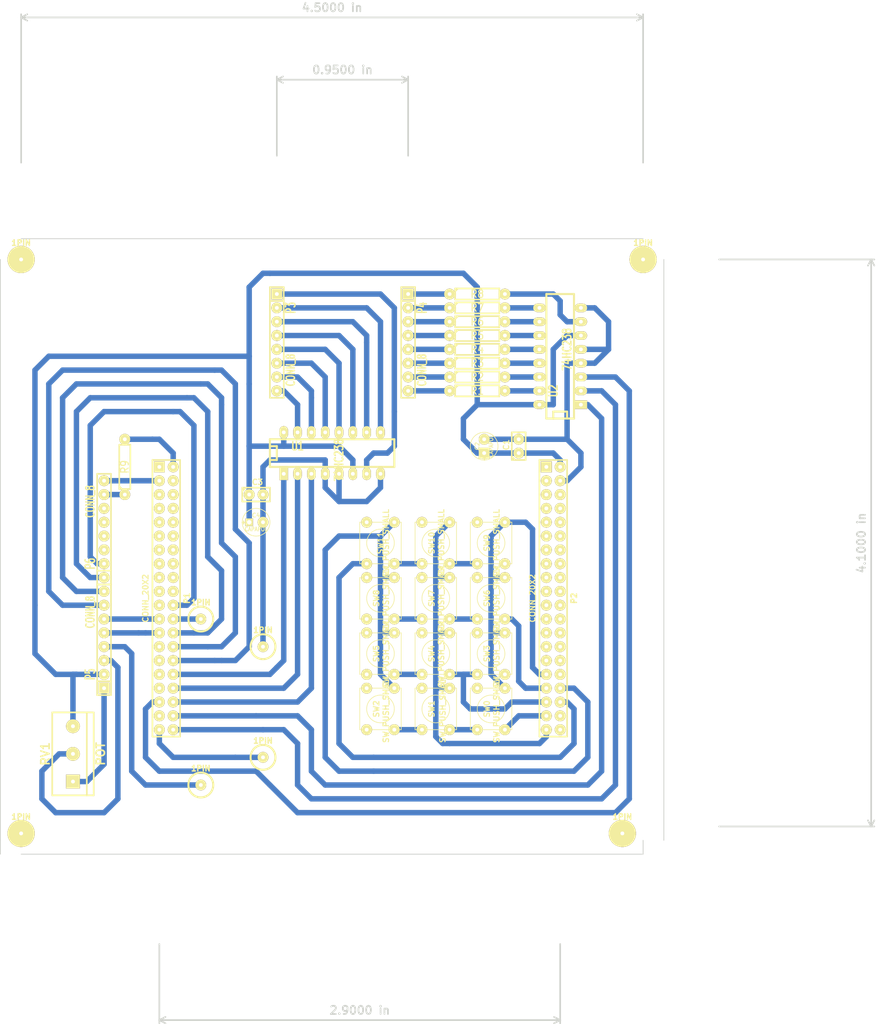
<source format=kicad_pcb>
(kicad_pcb (version 3) (host pcbnew "(2013-07-07 BZR 4022)-stable")

  (general
    (links 116)
    (no_connects 30)
    (area 64.694999 61.920001 229.122856 251.62)
    (thickness 1.6)
    (drawings 10)
    (tracks 320)
    (zones 0)
    (modules 42)
    (nets 51)
  )

  (page A3)
  (layers
    (15 F.Cu signal)
    (0 B.Cu signal)
    (16 B.Adhes user)
    (17 F.Adhes user)
    (18 B.Paste user)
    (19 F.Paste user)
    (20 B.SilkS user)
    (21 F.SilkS user)
    (22 B.Mask user)
    (23 F.Mask user)
    (24 Dwgs.User user)
    (25 Cmts.User user)
    (26 Eco1.User user)
    (27 Eco2.User user)
    (28 Edge.Cuts user)
  )

  (setup
    (last_trace_width 1)
    (trace_clearance 0.254)
    (zone_clearance 0.508)
    (zone_45_only no)
    (trace_min 0.254)
    (segment_width 0.2)
    (edge_width 0.15)
    (via_size 0.889)
    (via_drill 0.635)
    (via_min_size 0.889)
    (via_min_drill 0.508)
    (uvia_size 0.508)
    (uvia_drill 0.127)
    (uvias_allowed no)
    (uvia_min_size 0.508)
    (uvia_min_drill 0.127)
    (pcb_text_width 0.3)
    (pcb_text_size 1.5 1.5)
    (mod_edge_width 0.15)
    (mod_text_size 1.5 1.5)
    (mod_text_width 0.15)
    (pad_size 5 5)
    (pad_drill 0.7)
    (pad_to_mask_clearance 0.2)
    (aux_axis_origin 0 0)
    (visible_elements 7FFFFFFF)
    (pcbplotparams
      (layerselection 3178497)
      (usegerberextensions true)
      (excludeedgelayer true)
      (linewidth 0.100000)
      (plotframeref false)
      (viasonmask false)
      (mode 1)
      (useauxorigin false)
      (hpglpennumber 1)
      (hpglpenspeed 20)
      (hpglpendiameter 15)
      (hpglpenoverlay 2)
      (psnegative false)
      (psa4output false)
      (plotreference true)
      (plotvalue true)
      (plotothertext true)
      (plotinvisibletext false)
      (padsonsilk false)
      (subtractmaskfromsilk false)
      (outputformat 1)
      (mirror false)
      (drillshape 1)
      (scaleselection 1)
      (outputdirectory ""))
  )

  (net 0 "")
  (net 1 GND)
  (net 2 N-000001)
  (net 3 N-0000010)
  (net 4 N-0000011)
  (net 5 N-0000012)
  (net 6 N-0000013)
  (net 7 N-0000014)
  (net 8 N-00000143)
  (net 9 N-00000144)
  (net 10 N-00000145)
  (net 11 N-00000146)
  (net 12 N-00000147)
  (net 13 N-00000148)
  (net 14 N-0000015)
  (net 15 N-00000152)
  (net 16 N-0000016)
  (net 17 N-0000017)
  (net 18 N-0000018)
  (net 19 N-0000019)
  (net 20 N-000002)
  (net 21 N-0000020)
  (net 22 N-0000021)
  (net 23 N-0000022)
  (net 24 N-000003)
  (net 25 N-0000035)
  (net 26 N-0000036)
  (net 27 N-0000037)
  (net 28 N-0000038)
  (net 29 N-0000039)
  (net 30 N-000004)
  (net 31 N-0000040)
  (net 32 N-0000041)
  (net 33 N-0000042)
  (net 34 N-0000043)
  (net 35 N-0000044)
  (net 36 N-0000045)
  (net 37 N-0000046)
  (net 38 N-0000047)
  (net 39 N-0000048)
  (net 40 N-0000049)
  (net 41 N-000005)
  (net 42 N-0000050)
  (net 43 N-0000051)
  (net 44 N-0000052)
  (net 45 N-000006)
  (net 46 N-000007)
  (net 47 N-0000078)
  (net 48 N-000008)
  (net 49 N-000009)
  (net 50 VCC)

  (net_class Default "This is the default net class."
    (clearance 0.254)
    (trace_width 1)
    (via_dia 0.889)
    (via_drill 0.635)
    (uvia_dia 0.508)
    (uvia_drill 0.127)
    (add_net "")
    (add_net GND)
    (add_net N-000001)
    (add_net N-0000010)
    (add_net N-0000011)
    (add_net N-0000012)
    (add_net N-0000013)
    (add_net N-0000014)
    (add_net N-00000143)
    (add_net N-00000144)
    (add_net N-00000145)
    (add_net N-00000146)
    (add_net N-00000147)
    (add_net N-00000148)
    (add_net N-0000015)
    (add_net N-00000152)
    (add_net N-0000016)
    (add_net N-0000017)
    (add_net N-0000018)
    (add_net N-0000019)
    (add_net N-000002)
    (add_net N-0000020)
    (add_net N-0000021)
    (add_net N-0000022)
    (add_net N-000003)
    (add_net N-0000035)
    (add_net N-0000036)
    (add_net N-0000037)
    (add_net N-0000038)
    (add_net N-0000039)
    (add_net N-000004)
    (add_net N-0000040)
    (add_net N-0000041)
    (add_net N-0000042)
    (add_net N-0000043)
    (add_net N-0000044)
    (add_net N-0000045)
    (add_net N-0000046)
    (add_net N-0000047)
    (add_net N-0000048)
    (add_net N-0000049)
    (add_net N-000005)
    (add_net N-0000050)
    (add_net N-0000051)
    (add_net N-0000052)
    (add_net N-000006)
    (add_net N-000007)
    (add_net N-0000078)
    (add_net N-000008)
    (add_net N-000009)
    (add_net VCC)
  )

  (module SIL-8 (layer F.Cu) (tedit 564A1E8F) (tstamp 564A1C9E)
    (at 80.01 158.75 90)
    (descr "Connecteur 8 pins")
    (tags "CONN DEV")
    (path /5616FC44)
    (fp_text reference P6 (at -6.35 -2.54 90) (layer F.SilkS)
      (effects (font (size 1.72974 1.08712) (thickness 0.3048)))
    )
    (fp_text value CONN_8 (at 5.08 -2.54 90) (layer F.SilkS)
      (effects (font (size 1.524 1.016) (thickness 0.3048)))
    )
    (fp_line (start -10.16 -1.27) (end 10.16 -1.27) (layer F.SilkS) (width 0.3048))
    (fp_line (start 10.16 -1.27) (end 10.16 1.27) (layer F.SilkS) (width 0.3048))
    (fp_line (start 10.16 1.27) (end -10.16 1.27) (layer F.SilkS) (width 0.3048))
    (fp_line (start -10.16 1.27) (end -10.16 -1.27) (layer F.SilkS) (width 0.3048))
    (fp_line (start -7.62 1.27) (end -7.62 -1.27) (layer F.SilkS) (width 0.3048))
    (pad 1 thru_hole circle (at -8.89 0 90) (size 2 2) (drill 0.7)
      (layers *.Cu *.Mask F.SilkS)
      (net 16 N-0000016)
    )
    (pad 2 thru_hole circle (at -6.35 0 90) (size 2 2) (drill 0.7)
      (layers *.Cu *.Mask F.SilkS)
      (net 14 N-0000015)
    )
    (pad 3 thru_hole circle (at -3.81 0 90) (size 2 2) (drill 0.7)
      (layers *.Cu *.Mask F.SilkS)
    )
    (pad 4 thru_hole circle (at -1.27 0 90) (size 2 2) (drill 0.7)
      (layers *.Cu *.Mask F.SilkS)
    )
    (pad 5 thru_hole circle (at 1.27 0 90) (size 2 2) (drill 0.7)
      (layers *.Cu *.Mask F.SilkS)
    )
    (pad 6 thru_hole circle (at 3.81 0 90) (size 2 2) (drill 0.7)
      (layers *.Cu *.Mask F.SilkS)
    )
    (pad 7 thru_hole circle (at 6.35 0 90) (size 2 2) (drill 0.7)
      (layers *.Cu *.Mask F.SilkS)
      (net 2 N-000001)
    )
    (pad 8 thru_hole circle (at 8.89 0 90) (size 2 2) (drill 0.7)
      (layers *.Cu *.Mask F.SilkS)
      (net 23 N-0000022)
    )
  )

  (module SIL-8 (layer F.Cu) (tedit 564A1E93) (tstamp 5636F9F7)
    (at 80.01 179.07 90)
    (descr "Connecteur 8 pins")
    (tags "CONN DEV")
    (path /5616FC37)
    (fp_text reference P5 (at -6.35 -2.54 90) (layer F.SilkS)
      (effects (font (size 1.72974 1.08712) (thickness 0.3048)))
    )
    (fp_text value CONN_8 (at 5.08 -2.54 90) (layer F.SilkS)
      (effects (font (size 1.524 1.016) (thickness 0.3048)))
    )
    (fp_line (start -10.16 -1.27) (end 10.16 -1.27) (layer F.SilkS) (width 0.3048))
    (fp_line (start 10.16 -1.27) (end 10.16 1.27) (layer F.SilkS) (width 0.3048))
    (fp_line (start 10.16 1.27) (end -10.16 1.27) (layer F.SilkS) (width 0.3048))
    (fp_line (start -10.16 1.27) (end -10.16 -1.27) (layer F.SilkS) (width 0.3048))
    (fp_line (start -7.62 1.27) (end -7.62 -1.27) (layer F.SilkS) (width 0.3048))
    (pad 1 thru_hole rect (at -8.89 0 90) (size 2 2) (drill 0.7)
      (layers *.Cu *.Mask F.SilkS)
      (net 47 N-0000078)
    )
    (pad 2 thru_hole circle (at -6.35 0 90) (size 2 2) (drill 0.7)
      (layers *.Cu *.Mask F.SilkS)
      (net 50 VCC)
    )
    (pad 3 thru_hole circle (at -3.81 0 90) (size 2 2) (drill 0.7)
      (layers *.Cu *.Mask F.SilkS)
      (net 18 N-0000018)
    )
    (pad 4 thru_hole circle (at -1.27 0 90) (size 2 2) (drill 0.7)
      (layers *.Cu *.Mask F.SilkS)
      (net 7 N-0000014)
    )
    (pad 5 thru_hole circle (at 1.27 0 90) (size 2 2) (drill 0.7)
      (layers *.Cu *.Mask F.SilkS)
      (net 47 N-0000078)
    )
    (pad 6 thru_hole circle (at 3.81 0 90) (size 2 2) (drill 0.7)
      (layers *.Cu *.Mask F.SilkS)
      (net 45 N-000006)
    )
    (pad 7 thru_hole circle (at 6.35 0 90) (size 2 2) (drill 0.7)
      (layers *.Cu *.Mask F.SilkS)
      (net 17 N-0000017)
    )
    (pad 8 thru_hole circle (at 8.89 0 90) (size 2 2) (drill 0.7)
      (layers *.Cu *.Mask F.SilkS)
      (net 48 N-000008)
    )
  )

  (module SIL-8 (layer F.Cu) (tedit 564A1ACE) (tstamp 5636FAE3)
    (at 111.76 124.46 270)
    (descr "Connecteur 8 pins")
    (tags "CONN DEV")
    (path /5616EC4A)
    (fp_text reference P3 (at -6.35 -2.54 270) (layer F.SilkS)
      (effects (font (size 1.72974 1.08712) (thickness 0.3048)))
    )
    (fp_text value CONN_8 (at 5.08 -2.54 270) (layer F.SilkS)
      (effects (font (size 1.524 1.016) (thickness 0.3048)))
    )
    (fp_line (start -10.16 -1.27) (end 10.16 -1.27) (layer F.SilkS) (width 0.3048))
    (fp_line (start 10.16 -1.27) (end 10.16 1.27) (layer F.SilkS) (width 0.3048))
    (fp_line (start 10.16 1.27) (end -10.16 1.27) (layer F.SilkS) (width 0.3048))
    (fp_line (start -10.16 1.27) (end -10.16 -1.27) (layer F.SilkS) (width 0.3048))
    (fp_line (start -7.62 1.27) (end -7.62 -1.27) (layer F.SilkS) (width 0.3048))
    (pad 1 thru_hole rect (at -8.89 0 270) (size 2 2) (drill 0.7)
      (layers *.Cu *.Mask F.SilkS)
      (net 46 N-000007)
    )
    (pad 2 thru_hole circle (at -6.35 0 270) (size 2 2) (drill 0.7)
      (layers *.Cu *.Mask F.SilkS)
      (net 21 N-0000020)
    )
    (pad 3 thru_hole circle (at -3.81 0 270) (size 2 2) (drill 0.7)
      (layers *.Cu *.Mask F.SilkS)
      (net 41 N-000005)
    )
    (pad 4 thru_hole circle (at -1.27 0 270) (size 2 2) (drill 0.7)
      (layers *.Cu *.Mask F.SilkS)
      (net 30 N-000004)
    )
    (pad 5 thru_hole circle (at 1.27 0 270) (size 2 2) (drill 0.7)
      (layers *.Cu *.Mask F.SilkS)
      (net 24 N-000003)
    )
    (pad 6 thru_hole circle (at 3.81 0 270) (size 2 2) (drill 0.7)
      (layers *.Cu *.Mask F.SilkS)
      (net 20 N-000002)
    )
    (pad 7 thru_hole circle (at 6.35 0 270) (size 2 2) (drill 0.7)
      (layers *.Cu *.Mask F.SilkS)
      (net 43 N-0000051)
    )
    (pad 8 thru_hole circle (at 8.89 0 270) (size 2 2) (drill 0.7)
      (layers *.Cu *.Mask F.SilkS)
      (net 44 N-0000052)
    )
  )

  (module SIL-8 (layer F.Cu) (tedit 564A1AC6) (tstamp 563225F2)
    (at 135.89 124.46 270)
    (descr "Connecteur 8 pins")
    (tags "CONN DEV")
    (path /5616EC3B)
    (fp_text reference P4 (at -6.35 -2.54 270) (layer F.SilkS)
      (effects (font (size 1.72974 1.08712) (thickness 0.3048)))
    )
    (fp_text value CONN_8 (at 5.08 -2.54 270) (layer F.SilkS)
      (effects (font (size 1.524 1.016) (thickness 0.3048)))
    )
    (fp_line (start -10.16 -1.27) (end 10.16 -1.27) (layer F.SilkS) (width 0.3048))
    (fp_line (start 10.16 -1.27) (end 10.16 1.27) (layer F.SilkS) (width 0.3048))
    (fp_line (start 10.16 1.27) (end -10.16 1.27) (layer F.SilkS) (width 0.3048))
    (fp_line (start -10.16 1.27) (end -10.16 -1.27) (layer F.SilkS) (width 0.3048))
    (fp_line (start -7.62 1.27) (end -7.62 -1.27) (layer F.SilkS) (width 0.3048))
    (pad 1 thru_hole rect (at -8.89 0 270) (size 2 2) (drill 0.7)
      (layers *.Cu *.Mask F.SilkS)
      (net 34 N-0000043)
    )
    (pad 2 thru_hole circle (at -6.35 0 270) (size 2 2) (drill 0.7)
      (layers *.Cu *.Mask F.SilkS)
      (net 33 N-0000042)
    )
    (pad 3 thru_hole circle (at -3.81 0 270) (size 2 2) (drill 0.7)
      (layers *.Cu *.Mask F.SilkS)
      (net 32 N-0000041)
    )
    (pad 4 thru_hole circle (at -1.27 0 270) (size 2 2) (drill 0.7)
      (layers *.Cu *.Mask F.SilkS)
      (net 31 N-0000040)
    )
    (pad 5 thru_hole circle (at 1.27 0 270) (size 2 2) (drill 0.7)
      (layers *.Cu *.Mask F.SilkS)
      (net 29 N-0000039)
    )
    (pad 6 thru_hole circle (at 3.81 0 270) (size 2 2) (drill 0.7)
      (layers *.Cu *.Mask F.SilkS)
      (net 28 N-0000038)
    )
    (pad 7 thru_hole circle (at 6.35 0 270) (size 2 2) (drill 0.7)
      (layers *.Cu *.Mask F.SilkS)
      (net 19 N-0000019)
    )
    (pad 8 thru_hole circle (at 8.89 0 270) (size 2 2) (drill 0.7)
      (layers *.Cu *.Mask F.SilkS)
      (net 27 N-0000037)
    )
  )

  (module R4 (layer F.Cu) (tedit 564A1F3A) (tstamp 56322600)
    (at 148.59 130.81)
    (descr "Resitance 4 pas")
    (tags R)
    (path /56300247)
    (autoplace_cost180 10)
    (fp_text reference R2 (at 0 0) (layer F.SilkS)
      (effects (font (size 1.397 1.27) (thickness 0.2032)))
    )
    (fp_text value R (at 0 0) (layer F.SilkS) hide
      (effects (font (size 1.397 1.27) (thickness 0.2032)))
    )
    (fp_line (start -5.08 0) (end -4.064 0) (layer F.SilkS) (width 0.3048))
    (fp_line (start -4.064 0) (end -4.064 -1.016) (layer F.SilkS) (width 0.3048))
    (fp_line (start -4.064 -1.016) (end 4.064 -1.016) (layer F.SilkS) (width 0.3048))
    (fp_line (start 4.064 -1.016) (end 4.064 1.016) (layer F.SilkS) (width 0.3048))
    (fp_line (start 4.064 1.016) (end -4.064 1.016) (layer F.SilkS) (width 0.3048))
    (fp_line (start -4.064 1.016) (end -4.064 0) (layer F.SilkS) (width 0.3048))
    (fp_line (start -4.064 -0.508) (end -3.556 -1.016) (layer F.SilkS) (width 0.3048))
    (fp_line (start 5.08 0) (end 4.064 0) (layer F.SilkS) (width 0.3048))
    (pad 1 thru_hole circle (at -5.08 0) (size 2 2) (drill 0.7)
      (layers *.Cu *.Mask F.SilkS)
      (net 19 N-0000019)
    )
    (pad 2 thru_hole circle (at 5.08 0) (size 2 2) (drill 0.7)
      (layers *.Cu *.Mask F.SilkS)
      (net 40 N-0000049)
    )
    (model discret/resistor.wrl
      (at (xyz 0 0 0))
      (scale (xyz 0.4 0.4 0.4))
      (rotate (xyz 0 0 0))
    )
  )

  (module R4 (layer F.Cu) (tedit 200000) (tstamp 5632260E)
    (at 148.59 123.19)
    (descr "Resitance 4 pas")
    (tags R)
    (path /56300278)
    (autoplace_cost180 10)
    (fp_text reference R5 (at 0 0) (layer F.SilkS)
      (effects (font (size 1.397 1.27) (thickness 0.2032)))
    )
    (fp_text value R (at 0 0) (layer F.SilkS) hide
      (effects (font (size 1.397 1.27) (thickness 0.2032)))
    )
    (fp_line (start -5.08 0) (end -4.064 0) (layer F.SilkS) (width 0.3048))
    (fp_line (start -4.064 0) (end -4.064 -1.016) (layer F.SilkS) (width 0.3048))
    (fp_line (start -4.064 -1.016) (end 4.064 -1.016) (layer F.SilkS) (width 0.3048))
    (fp_line (start 4.064 -1.016) (end 4.064 1.016) (layer F.SilkS) (width 0.3048))
    (fp_line (start 4.064 1.016) (end -4.064 1.016) (layer F.SilkS) (width 0.3048))
    (fp_line (start -4.064 1.016) (end -4.064 0) (layer F.SilkS) (width 0.3048))
    (fp_line (start -4.064 -0.508) (end -3.556 -1.016) (layer F.SilkS) (width 0.3048))
    (fp_line (start 5.08 0) (end 4.064 0) (layer F.SilkS) (width 0.3048))
    (pad 1 thru_hole circle (at -5.08 0) (size 2 2) (drill 0.7)
      (layers *.Cu *.Mask F.SilkS)
      (net 31 N-0000040)
    )
    (pad 2 thru_hole circle (at 5.08 0) (size 2 2) (drill 0.7)
      (layers *.Cu *.Mask F.SilkS)
      (net 37 N-0000046)
    )
    (model discret/resistor.wrl
      (at (xyz 0 0 0))
      (scale (xyz 0.4 0.4 0.4))
      (rotate (xyz 0 0 0))
    )
  )

  (module R4 (layer F.Cu) (tedit 564A1F52) (tstamp 5632261C)
    (at 148.59 128.27)
    (descr "Resitance 4 pas")
    (tags R)
    (path /56300256)
    (autoplace_cost180 10)
    (fp_text reference R3 (at 0 0) (layer F.SilkS)
      (effects (font (size 1.397 1.27) (thickness 0.2032)))
    )
    (fp_text value R (at 0 0) (layer F.SilkS) hide
      (effects (font (size 1.397 1.27) (thickness 0.2032)))
    )
    (fp_line (start -5.08 0) (end -4.064 0) (layer F.SilkS) (width 0.3048))
    (fp_line (start -4.064 0) (end -4.064 -1.016) (layer F.SilkS) (width 0.3048))
    (fp_line (start -4.064 -1.016) (end 4.064 -1.016) (layer F.SilkS) (width 0.3048))
    (fp_line (start 4.064 -1.016) (end 4.064 1.016) (layer F.SilkS) (width 0.3048))
    (fp_line (start 4.064 1.016) (end -4.064 1.016) (layer F.SilkS) (width 0.3048))
    (fp_line (start -4.064 1.016) (end -4.064 0) (layer F.SilkS) (width 0.3048))
    (fp_line (start -4.064 -0.508) (end -3.556 -1.016) (layer F.SilkS) (width 0.3048))
    (fp_line (start 5.08 0) (end 4.064 0) (layer F.SilkS) (width 0.3048))
    (pad 1 thru_hole circle (at -5.08 0) (size 2 2) (drill 0.7)
      (layers *.Cu *.Mask F.SilkS)
      (net 28 N-0000038)
    )
    (pad 2 thru_hole circle (at 5.08 0) (size 2 2) (drill 0.7)
      (layers *.Cu *.Mask F.SilkS)
      (net 39 N-0000048)
    )
    (model discret/resistor.wrl
      (at (xyz 0 0 0))
      (scale (xyz 0.4 0.4 0.4))
      (rotate (xyz 0 0 0))
    )
  )

  (module R4 (layer F.Cu) (tedit 200000) (tstamp 5632262A)
    (at 148.59 125.73)
    (descr "Resitance 4 pas")
    (tags R)
    (path /56300272)
    (autoplace_cost180 10)
    (fp_text reference R4 (at 0 0) (layer F.SilkS)
      (effects (font (size 1.397 1.27) (thickness 0.2032)))
    )
    (fp_text value R (at 0 0) (layer F.SilkS) hide
      (effects (font (size 1.397 1.27) (thickness 0.2032)))
    )
    (fp_line (start -5.08 0) (end -4.064 0) (layer F.SilkS) (width 0.3048))
    (fp_line (start -4.064 0) (end -4.064 -1.016) (layer F.SilkS) (width 0.3048))
    (fp_line (start -4.064 -1.016) (end 4.064 -1.016) (layer F.SilkS) (width 0.3048))
    (fp_line (start 4.064 -1.016) (end 4.064 1.016) (layer F.SilkS) (width 0.3048))
    (fp_line (start 4.064 1.016) (end -4.064 1.016) (layer F.SilkS) (width 0.3048))
    (fp_line (start -4.064 1.016) (end -4.064 0) (layer F.SilkS) (width 0.3048))
    (fp_line (start -4.064 -0.508) (end -3.556 -1.016) (layer F.SilkS) (width 0.3048))
    (fp_line (start 5.08 0) (end 4.064 0) (layer F.SilkS) (width 0.3048))
    (pad 1 thru_hole circle (at -5.08 0) (size 2 2) (drill 0.7)
      (layers *.Cu *.Mask F.SilkS)
      (net 29 N-0000039)
    )
    (pad 2 thru_hole circle (at 5.08 0) (size 2 2) (drill 0.7)
      (layers *.Cu *.Mask F.SilkS)
      (net 38 N-0000047)
    )
    (model discret/resistor.wrl
      (at (xyz 0 0 0))
      (scale (xyz 0.4 0.4 0.4))
      (rotate (xyz 0 0 0))
    )
  )

  (module R4 (layer F.Cu) (tedit 200000) (tstamp 56322638)
    (at 148.59 120.65)
    (descr "Resitance 4 pas")
    (tags R)
    (path /5630027E)
    (autoplace_cost180 10)
    (fp_text reference R6 (at 0 0) (layer F.SilkS)
      (effects (font (size 1.397 1.27) (thickness 0.2032)))
    )
    (fp_text value R (at 0 0) (layer F.SilkS) hide
      (effects (font (size 1.397 1.27) (thickness 0.2032)))
    )
    (fp_line (start -5.08 0) (end -4.064 0) (layer F.SilkS) (width 0.3048))
    (fp_line (start -4.064 0) (end -4.064 -1.016) (layer F.SilkS) (width 0.3048))
    (fp_line (start -4.064 -1.016) (end 4.064 -1.016) (layer F.SilkS) (width 0.3048))
    (fp_line (start 4.064 -1.016) (end 4.064 1.016) (layer F.SilkS) (width 0.3048))
    (fp_line (start 4.064 1.016) (end -4.064 1.016) (layer F.SilkS) (width 0.3048))
    (fp_line (start -4.064 1.016) (end -4.064 0) (layer F.SilkS) (width 0.3048))
    (fp_line (start -4.064 -0.508) (end -3.556 -1.016) (layer F.SilkS) (width 0.3048))
    (fp_line (start 5.08 0) (end 4.064 0) (layer F.SilkS) (width 0.3048))
    (pad 1 thru_hole circle (at -5.08 0) (size 2 2) (drill 0.7)
      (layers *.Cu *.Mask F.SilkS)
      (net 32 N-0000041)
    )
    (pad 2 thru_hole circle (at 5.08 0) (size 2 2) (drill 0.7)
      (layers *.Cu *.Mask F.SilkS)
      (net 36 N-0000045)
    )
    (model discret/resistor.wrl
      (at (xyz 0 0 0))
      (scale (xyz 0.4 0.4 0.4))
      (rotate (xyz 0 0 0))
    )
  )

  (module R4 (layer F.Cu) (tedit 564A1F36) (tstamp 56322646)
    (at 148.59 133.35)
    (descr "Resitance 4 pas")
    (tags R)
    (path /56300238)
    (autoplace_cost180 10)
    (fp_text reference R1 (at 0 0) (layer F.SilkS)
      (effects (font (size 1.397 1.27) (thickness 0.2032)))
    )
    (fp_text value R (at 0 0) (layer F.SilkS) hide
      (effects (font (size 1.397 1.27) (thickness 0.2032)))
    )
    (fp_line (start -5.08 0) (end -4.064 0) (layer F.SilkS) (width 0.3048))
    (fp_line (start -4.064 0) (end -4.064 -1.016) (layer F.SilkS) (width 0.3048))
    (fp_line (start -4.064 -1.016) (end 4.064 -1.016) (layer F.SilkS) (width 0.3048))
    (fp_line (start 4.064 -1.016) (end 4.064 1.016) (layer F.SilkS) (width 0.3048))
    (fp_line (start 4.064 1.016) (end -4.064 1.016) (layer F.SilkS) (width 0.3048))
    (fp_line (start -4.064 1.016) (end -4.064 0) (layer F.SilkS) (width 0.3048))
    (fp_line (start -4.064 -0.508) (end -3.556 -1.016) (layer F.SilkS) (width 0.3048))
    (fp_line (start 5.08 0) (end 4.064 0) (layer F.SilkS) (width 0.3048))
    (pad 1 thru_hole circle (at -5.08 0) (size 2 2) (drill 0.7)
      (layers *.Cu *.Mask F.SilkS)
      (net 27 N-0000037)
    )
    (pad 2 thru_hole circle (at 5.08 0) (size 2 2) (drill 0.7)
      (layers *.Cu *.Mask F.SilkS)
      (net 42 N-0000050)
    )
    (model discret/resistor.wrl
      (at (xyz 0 0 0))
      (scale (xyz 0.4 0.4 0.4))
      (rotate (xyz 0 0 0))
    )
  )

  (module R4 (layer F.Cu) (tedit 564A1E9F) (tstamp 56322654)
    (at 83.82 147.32 90)
    (descr "Resitance 4 pas")
    (tags R)
    (path /562FFFD4)
    (autoplace_cost180 10)
    (fp_text reference R9 (at 0 0 90) (layer F.SilkS)
      (effects (font (size 1.397 1.27) (thickness 0.2032)))
    )
    (fp_text value R (at 0 0 90) (layer F.SilkS) hide
      (effects (font (size 1.397 1.27) (thickness 0.2032)))
    )
    (fp_line (start -5.08 0) (end -4.064 0) (layer F.SilkS) (width 0.3048))
    (fp_line (start -4.064 0) (end -4.064 -1.016) (layer F.SilkS) (width 0.3048))
    (fp_line (start -4.064 -1.016) (end 4.064 -1.016) (layer F.SilkS) (width 0.3048))
    (fp_line (start 4.064 -1.016) (end 4.064 1.016) (layer F.SilkS) (width 0.3048))
    (fp_line (start 4.064 1.016) (end -4.064 1.016) (layer F.SilkS) (width 0.3048))
    (fp_line (start -4.064 1.016) (end -4.064 0) (layer F.SilkS) (width 0.3048))
    (fp_line (start -4.064 -0.508) (end -3.556 -1.016) (layer F.SilkS) (width 0.3048))
    (fp_line (start 5.08 0) (end 4.064 0) (layer F.SilkS) (width 0.3048))
    (pad 1 thru_hole circle (at -5.08 0 90) (size 2 2) (drill 0.7)
      (layers *.Cu *.Mask F.SilkS)
      (net 2 N-000001)
    )
    (pad 2 thru_hole circle (at 5.08 0 90) (size 2 2) (drill 0.7)
      (layers *.Cu *.Mask F.SilkS)
      (net 25 N-0000035)
    )
    (model discret/resistor.wrl
      (at (xyz 0 0 0))
      (scale (xyz 0.4 0.4 0.4))
      (rotate (xyz 0 0 0))
    )
  )

  (module R4 (layer F.Cu) (tedit 200000) (tstamp 56322662)
    (at 148.59 115.57)
    (descr "Resitance 4 pas")
    (tags R)
    (path /56300284)
    (autoplace_cost180 10)
    (fp_text reference R8 (at 0 0) (layer F.SilkS)
      (effects (font (size 1.397 1.27) (thickness 0.2032)))
    )
    (fp_text value R (at 0 0) (layer F.SilkS) hide
      (effects (font (size 1.397 1.27) (thickness 0.2032)))
    )
    (fp_line (start -5.08 0) (end -4.064 0) (layer F.SilkS) (width 0.3048))
    (fp_line (start -4.064 0) (end -4.064 -1.016) (layer F.SilkS) (width 0.3048))
    (fp_line (start -4.064 -1.016) (end 4.064 -1.016) (layer F.SilkS) (width 0.3048))
    (fp_line (start 4.064 -1.016) (end 4.064 1.016) (layer F.SilkS) (width 0.3048))
    (fp_line (start 4.064 1.016) (end -4.064 1.016) (layer F.SilkS) (width 0.3048))
    (fp_line (start -4.064 1.016) (end -4.064 0) (layer F.SilkS) (width 0.3048))
    (fp_line (start -4.064 -0.508) (end -3.556 -1.016) (layer F.SilkS) (width 0.3048))
    (fp_line (start 5.08 0) (end 4.064 0) (layer F.SilkS) (width 0.3048))
    (pad 1 thru_hole circle (at -5.08 0) (size 2 2) (drill 0.7)
      (layers *.Cu *.Mask F.SilkS)
      (net 34 N-0000043)
    )
    (pad 2 thru_hole circle (at 5.08 0) (size 2 2) (drill 0.7)
      (layers *.Cu *.Mask F.SilkS)
      (net 35 N-0000044)
    )
    (model discret/resistor.wrl
      (at (xyz 0 0 0))
      (scale (xyz 0.4 0.4 0.4))
      (rotate (xyz 0 0 0))
    )
  )

  (module R4 (layer F.Cu) (tedit 200000) (tstamp 56322670)
    (at 148.59 118.11)
    (descr "Resitance 4 pas")
    (tags R)
    (path /5630028A)
    (autoplace_cost180 10)
    (fp_text reference R7 (at 0 0) (layer F.SilkS)
      (effects (font (size 1.397 1.27) (thickness 0.2032)))
    )
    (fp_text value R (at 0 0) (layer F.SilkS) hide
      (effects (font (size 1.397 1.27) (thickness 0.2032)))
    )
    (fp_line (start -5.08 0) (end -4.064 0) (layer F.SilkS) (width 0.3048))
    (fp_line (start -4.064 0) (end -4.064 -1.016) (layer F.SilkS) (width 0.3048))
    (fp_line (start -4.064 -1.016) (end 4.064 -1.016) (layer F.SilkS) (width 0.3048))
    (fp_line (start 4.064 -1.016) (end 4.064 1.016) (layer F.SilkS) (width 0.3048))
    (fp_line (start 4.064 1.016) (end -4.064 1.016) (layer F.SilkS) (width 0.3048))
    (fp_line (start -4.064 1.016) (end -4.064 0) (layer F.SilkS) (width 0.3048))
    (fp_line (start -4.064 -0.508) (end -3.556 -1.016) (layer F.SilkS) (width 0.3048))
    (fp_line (start 5.08 0) (end 4.064 0) (layer F.SilkS) (width 0.3048))
    (pad 1 thru_hole circle (at -5.08 0) (size 2 2) (drill 0.7)
      (layers *.Cu *.Mask F.SilkS)
      (net 33 N-0000042)
    )
    (pad 2 thru_hole circle (at 5.08 0) (size 2 2) (drill 0.7)
      (layers *.Cu *.Mask F.SilkS)
      (net 26 N-0000036)
    )
    (model discret/resistor.wrl
      (at (xyz 0 0 0))
      (scale (xyz 0.4 0.4 0.4))
      (rotate (xyz 0 0 0))
    )
  )

  (module PIN_ARRAY_20X2 (layer F.Cu) (tedit 564A2035) (tstamp 564A1FFA)
    (at 91.44 171.45 270)
    (descr "Double rangee de contacts 2 x 12 pins")
    (tags CONN)
    (path /5616EC0C)
    (fp_text reference P1 (at 0 -3.81 270) (layer F.SilkS)
      (effects (font (size 1.016 1.016) (thickness 0.27432)))
    )
    (fp_text value CONN_20X2 (at 0 3.81 270) (layer F.SilkS)
      (effects (font (size 1.016 1.016) (thickness 0.2032)))
    )
    (fp_line (start 25.4 2.54) (end -25.4 2.54) (layer F.SilkS) (width 0.3048))
    (fp_line (start 25.4 -2.54) (end -25.4 -2.54) (layer F.SilkS) (width 0.3048))
    (fp_line (start 25.4 -2.54) (end 25.4 2.54) (layer F.SilkS) (width 0.3048))
    (fp_line (start -25.4 -2.54) (end -25.4 2.54) (layer F.SilkS) (width 0.3048))
    (pad 1 thru_hole rect (at -24.13 1.27 270) (size 2 2) (drill 0.7)
      (layers *.Cu *.Mask F.SilkS)
    )
    (pad 2 thru_hole circle (at -24.13 -1.27 270) (size 2 2) (drill 0.7)
      (layers *.Cu *.Mask F.SilkS)
      (net 25 N-0000035)
    )
    (pad 11 thru_hole circle (at -11.43 1.27 270) (size 2 2) (drill 0.7)
      (layers *.Cu *.Mask F.SilkS)
    )
    (pad 4 thru_hole circle (at -21.59 -1.27 270) (size 2 2) (drill 0.7)
      (layers *.Cu *.Mask F.SilkS)
    )
    (pad 13 thru_hole circle (at -8.89 1.27 270) (size 2 2) (drill 0.7)
      (layers *.Cu *.Mask F.SilkS)
    )
    (pad 6 thru_hole circle (at -19.05 -1.27 270) (size 2 2) (drill 0.7)
      (layers *.Cu *.Mask F.SilkS)
    )
    (pad 15 thru_hole circle (at -6.35 1.27 270) (size 2 2) (drill 0.7)
      (layers *.Cu *.Mask F.SilkS)
    )
    (pad 8 thru_hole circle (at -16.51 -1.27 270) (size 2 2) (drill 0.7)
      (layers *.Cu *.Mask F.SilkS)
    )
    (pad 17 thru_hole circle (at -3.81 1.27 270) (size 2 2) (drill 0.7)
      (layers *.Cu *.Mask F.SilkS)
    )
    (pad 10 thru_hole circle (at -13.97 -1.27 270) (size 2 2) (drill 0.7)
      (layers *.Cu *.Mask F.SilkS)
    )
    (pad 19 thru_hole circle (at -1.27 1.27 270) (size 2 2) (drill 0.7)
      (layers *.Cu *.Mask F.SilkS)
    )
    (pad 12 thru_hole circle (at -11.43 -1.27 270) (size 2 2) (drill 0.7)
      (layers *.Cu *.Mask F.SilkS)
    )
    (pad 21 thru_hole circle (at 1.27 1.27 270) (size 2 2) (drill 0.7)
      (layers *.Cu *.Mask F.SilkS)
    )
    (pad 14 thru_hole circle (at -8.89 -1.27 270) (size 2 2) (drill 0.7)
      (layers *.Cu *.Mask F.SilkS)
    )
    (pad 23 thru_hole circle (at 3.81 1.27 270) (size 2 2) (drill 0.7)
      (layers *.Cu *.Mask F.SilkS)
      (net 45 N-000006)
    )
    (pad 16 thru_hole circle (at -6.35 -1.27 270) (size 2 2) (drill 0.7)
      (layers *.Cu *.Mask F.SilkS)
    )
    (pad 25 thru_hole circle (at 6.35 1.27 270) (size 2 2) (drill 0.7)
      (layers *.Cu *.Mask F.SilkS)
      (net 47 N-0000078)
    )
    (pad 18 thru_hole circle (at -3.81 -1.27 270) (size 2 2) (drill 0.7)
      (layers *.Cu *.Mask F.SilkS)
    )
    (pad 27 thru_hole circle (at 8.89 1.27 270) (size 2 2) (drill 0.7)
      (layers *.Cu *.Mask F.SilkS)
    )
    (pad 20 thru_hole circle (at -1.27 -1.27 270) (size 2 2) (drill 0.7)
      (layers *.Cu *.Mask F.SilkS)
    )
    (pad 29 thru_hole circle (at 11.43 1.27 270) (size 2 2) (drill 0.7)
      (layers *.Cu *.Mask F.SilkS)
    )
    (pad 22 thru_hole circle (at 1.27 -1.27 270) (size 2 2) (drill 0.7)
      (layers *.Cu *.Mask F.SilkS)
      (net 14 N-0000015)
    )
    (pad 31 thru_hole circle (at 13.97 1.27 270) (size 2 2) (drill 0.7)
      (layers *.Cu *.Mask F.SilkS)
    )
    (pad 24 thru_hole circle (at 3.81 -1.27 270) (size 2 2) (drill 0.7)
      (layers *.Cu *.Mask F.SilkS)
      (net 7 N-0000014)
    )
    (pad 26 thru_hole circle (at 6.35 -1.27 270) (size 2 2) (drill 0.7)
      (layers *.Cu *.Mask F.SilkS)
      (net 16 N-0000016)
    )
    (pad 33 thru_hole circle (at 16.51 1.27 270) (size 2 2) (drill 0.7)
      (layers *.Cu *.Mask F.SilkS)
    )
    (pad 28 thru_hole circle (at 8.89 -1.27 270) (size 2 2) (drill 0.7)
      (layers *.Cu *.Mask F.SilkS)
      (net 48 N-000008)
    )
    (pad 32 thru_hole circle (at 13.97 -1.27 270) (size 2 2) (drill 0.7)
      (layers *.Cu *.Mask F.SilkS)
      (net 3 N-0000010)
    )
    (pad 34 thru_hole circle (at 16.51 -1.27 270) (size 2 2) (drill 0.7)
      (layers *.Cu *.Mask F.SilkS)
      (net 49 N-000009)
    )
    (pad 36 thru_hole circle (at 19.05 -1.27 270) (size 2 2) (drill 0.7)
      (layers *.Cu *.Mask F.SilkS)
      (net 4 N-0000011)
    )
    (pad 38 thru_hole circle (at 21.59 -1.27 270) (size 2 2) (drill 0.7)
      (layers *.Cu *.Mask F.SilkS)
      (net 5 N-0000012)
    )
    (pad 35 thru_hole circle (at 19.05 1.27 270) (size 2 2) (drill 0.7)
      (layers *.Cu *.Mask F.SilkS)
      (net 6 N-0000013)
    )
    (pad 37 thru_hole circle (at 21.59 1.27 270) (size 2 2) (drill 0.7)
      (layers *.Cu *.Mask F.SilkS)
    )
    (pad 3 thru_hole circle (at -21.59 1.27 270) (size 2 2) (drill 0.7)
      (layers *.Cu *.Mask F.SilkS)
      (net 23 N-0000022)
    )
    (pad 5 thru_hole circle (at -19.05 1.27 270) (size 2 2) (drill 0.7)
      (layers *.Cu *.Mask F.SilkS)
    )
    (pad 7 thru_hole circle (at -16.51 1.27 270) (size 2 2) (drill 0.7)
      (layers *.Cu *.Mask F.SilkS)
    )
    (pad 9 thru_hole circle (at -13.97 1.27 270) (size 2 2) (drill 0.7)
      (layers *.Cu *.Mask F.SilkS)
    )
    (pad 39 thru_hole circle (at 24.13 1.27 270) (size 2 2) (drill 0.7)
      (layers *.Cu *.Mask F.SilkS)
      (net 1 GND)
    )
    (pad 40 thru_hole circle (at 24.13 -1.27 270) (size 2 2) (drill 0.7)
      (layers *.Cu *.Mask F.SilkS)
      (net 22 N-0000021)
    )
    (pad 30 thru_hole circle (at 11.43 -1.27 270) (size 2 2) (drill 0.7)
      (layers *.Cu *.Mask F.SilkS)
      (net 17 N-0000017)
    )
    (model pin_array/pins_array_20x2.wrl
      (at (xyz 0 0 0))
      (scale (xyz 1 1 1))
      (rotate (xyz 0 0 0))
    )
  )

  (module PIN_ARRAY_20X2 (layer F.Cu) (tedit 564A2042) (tstamp 563226DC)
    (at 162.56 171.45 270)
    (descr "Double rangee de contacts 2 x 12 pins")
    (tags CONN)
    (path /5616EC1B)
    (fp_text reference P2 (at 0 -3.81 270) (layer F.SilkS)
      (effects (font (size 1.016 1.016) (thickness 0.27432)))
    )
    (fp_text value CONN_20X2 (at 0 3.81 270) (layer F.SilkS)
      (effects (font (size 1.016 1.016) (thickness 0.2032)))
    )
    (fp_line (start 25.4 2.54) (end -25.4 2.54) (layer F.SilkS) (width 0.3048))
    (fp_line (start 25.4 -2.54) (end -25.4 -2.54) (layer F.SilkS) (width 0.3048))
    (fp_line (start 25.4 -2.54) (end 25.4 2.54) (layer F.SilkS) (width 0.3048))
    (fp_line (start -25.4 -2.54) (end -25.4 2.54) (layer F.SilkS) (width 0.3048))
    (pad 1 thru_hole rect (at -24.13 1.27 270) (size 2 2) (drill 0.7)
      (layers *.Cu *.Mask F.SilkS)
    )
    (pad 2 thru_hole circle (at -24.13 -1.27 270) (size 2 2) (drill 0.7)
      (layers *.Cu *.Mask F.SilkS)
      (net 50 VCC)
    )
    (pad 11 thru_hole circle (at -11.43 1.27 270) (size 2 2) (drill 0.7)
      (layers *.Cu *.Mask F.SilkS)
    )
    (pad 4 thru_hole circle (at -21.59 -1.27 270) (size 2 2) (drill 0.7)
      (layers *.Cu *.Mask F.SilkS)
      (net 1 GND)
    )
    (pad 13 thru_hole circle (at -8.89 1.27 270) (size 2 2) (drill 0.7)
      (layers *.Cu *.Mask F.SilkS)
    )
    (pad 6 thru_hole circle (at -19.05 -1.27 270) (size 2 2) (drill 0.7)
      (layers *.Cu *.Mask F.SilkS)
    )
    (pad 15 thru_hole circle (at -6.35 1.27 270) (size 2 2) (drill 0.7)
      (layers *.Cu *.Mask F.SilkS)
    )
    (pad 8 thru_hole circle (at -16.51 -1.27 270) (size 2 2) (drill 0.7)
      (layers *.Cu *.Mask F.SilkS)
    )
    (pad 17 thru_hole circle (at -3.81 1.27 270) (size 2 2) (drill 0.7)
      (layers *.Cu *.Mask F.SilkS)
    )
    (pad 10 thru_hole circle (at -13.97 -1.27 270) (size 2 2) (drill 0.7)
      (layers *.Cu *.Mask F.SilkS)
    )
    (pad 19 thru_hole circle (at -1.27 1.27 270) (size 2 2) (drill 0.7)
      (layers *.Cu *.Mask F.SilkS)
    )
    (pad 12 thru_hole circle (at -11.43 -1.27 270) (size 2 2) (drill 0.7)
      (layers *.Cu *.Mask F.SilkS)
    )
    (pad 21 thru_hole circle (at 1.27 1.27 270) (size 2 2) (drill 0.7)
      (layers *.Cu *.Mask F.SilkS)
    )
    (pad 14 thru_hole circle (at -8.89 -1.27 270) (size 2 2) (drill 0.7)
      (layers *.Cu *.Mask F.SilkS)
    )
    (pad 23 thru_hole circle (at 3.81 1.27 270) (size 2 2) (drill 0.7)
      (layers *.Cu *.Mask F.SilkS)
    )
    (pad 16 thru_hole circle (at -6.35 -1.27 270) (size 2 2) (drill 0.7)
      (layers *.Cu *.Mask F.SilkS)
    )
    (pad 25 thru_hole circle (at 6.35 1.27 270) (size 2 2) (drill 0.7)
      (layers *.Cu *.Mask F.SilkS)
    )
    (pad 18 thru_hole circle (at -3.81 -1.27 270) (size 2 2) (drill 0.7)
      (layers *.Cu *.Mask F.SilkS)
    )
    (pad 27 thru_hole circle (at 8.89 1.27 270) (size 2 2) (drill 0.7)
      (layers *.Cu *.Mask F.SilkS)
    )
    (pad 20 thru_hole circle (at -1.27 -1.27 270) (size 2 2) (drill 0.7)
      (layers *.Cu *.Mask F.SilkS)
    )
    (pad 29 thru_hole circle (at 11.43 1.27 270) (size 2 2) (drill 0.7)
      (layers *.Cu *.Mask F.SilkS)
    )
    (pad 22 thru_hole circle (at 1.27 -1.27 270) (size 2 2) (drill 0.7)
      (layers *.Cu *.Mask F.SilkS)
    )
    (pad 31 thru_hole circle (at 13.97 1.27 270) (size 2 2) (drill 0.7)
      (layers *.Cu *.Mask F.SilkS)
      (net 13 N-00000148)
    )
    (pad 24 thru_hole circle (at 3.81 -1.27 270) (size 2 2) (drill 0.7)
      (layers *.Cu *.Mask F.SilkS)
    )
    (pad 26 thru_hole circle (at 6.35 -1.27 270) (size 2 2) (drill 0.7)
      (layers *.Cu *.Mask F.SilkS)
    )
    (pad 33 thru_hole circle (at 16.51 1.27 270) (size 2 2) (drill 0.7)
      (layers *.Cu *.Mask F.SilkS)
      (net 11 N-00000146)
    )
    (pad 28 thru_hole circle (at 8.89 -1.27 270) (size 2 2) (drill 0.7)
      (layers *.Cu *.Mask F.SilkS)
    )
    (pad 32 thru_hole circle (at 13.97 -1.27 270) (size 2 2) (drill 0.7)
      (layers *.Cu *.Mask F.SilkS)
    )
    (pad 34 thru_hole circle (at 16.51 -1.27 270) (size 2 2) (drill 0.7)
      (layers *.Cu *.Mask F.SilkS)
      (net 12 N-00000147)
    )
    (pad 36 thru_hole circle (at 19.05 -1.27 270) (size 2 2) (drill 0.7)
      (layers *.Cu *.Mask F.SilkS)
      (net 15 N-00000152)
    )
    (pad 38 thru_hole circle (at 21.59 -1.27 270) (size 2 2) (drill 0.7)
      (layers *.Cu *.Mask F.SilkS)
    )
    (pad 35 thru_hole circle (at 19.05 1.27 270) (size 2 2) (drill 0.7)
      (layers *.Cu *.Mask F.SilkS)
      (net 8 N-00000143)
    )
    (pad 37 thru_hole circle (at 21.59 1.27 270) (size 2 2) (drill 0.7)
      (layers *.Cu *.Mask F.SilkS)
      (net 9 N-00000144)
    )
    (pad 3 thru_hole circle (at -21.59 1.27 270) (size 2 2) (drill 0.7)
      (layers *.Cu *.Mask F.SilkS)
    )
    (pad 5 thru_hole circle (at -19.05 1.27 270) (size 2 2) (drill 0.7)
      (layers *.Cu *.Mask F.SilkS)
    )
    (pad 7 thru_hole circle (at -16.51 1.27 270) (size 2 2) (drill 0.7)
      (layers *.Cu *.Mask F.SilkS)
    )
    (pad 9 thru_hole circle (at -13.97 1.27 270) (size 2 2) (drill 0.7)
      (layers *.Cu *.Mask F.SilkS)
    )
    (pad 39 thru_hole circle (at 24.13 1.27 270) (size 2 2) (drill 0.7)
      (layers *.Cu *.Mask F.SilkS)
      (net 10 N-00000145)
    )
    (pad 40 thru_hole circle (at 24.13 -1.27 270) (size 2 2) (drill 0.7)
      (layers *.Cu *.Mask F.SilkS)
    )
    (pad 30 thru_hole circle (at 11.43 -1.27 270) (size 2 2) (drill 0.7)
      (layers *.Cu *.Mask F.SilkS)
    )
    (model pin_array/pins_array_20x2.wrl
      (at (xyz 0 0 0))
      (scale (xyz 1 1 1))
      (rotate (xyz 0 0 0))
    )
  )

  (module DIP-16__300_ELL (layer F.Cu) (tedit 56364A14) (tstamp 563226F8)
    (at 121.92 144.78)
    (descr "16 pins DIL package, elliptical pads")
    (tags DIL)
    (path /5616ECE9)
    (fp_text reference U1 (at -6.35 -1.27) (layer F.SilkS)
      (effects (font (size 1.524 1.143) (thickness 0.3048)))
    )
    (fp_text value 74HC238 (at 1.27 1.27 90) (layer F.SilkS)
      (effects (font (size 1.524 1.143) (thickness 0.3048)))
    )
    (fp_line (start -11.43 -1.27) (end -11.43 -1.27) (layer F.SilkS) (width 0.381))
    (fp_line (start -11.43 -1.27) (end -10.16 -1.27) (layer F.SilkS) (width 0.381))
    (fp_line (start -10.16 -1.27) (end -10.16 1.27) (layer F.SilkS) (width 0.381))
    (fp_line (start -10.16 1.27) (end -11.43 1.27) (layer F.SilkS) (width 0.381))
    (fp_line (start -11.43 -2.54) (end 11.43 -2.54) (layer F.SilkS) (width 0.381))
    (fp_line (start 11.43 -2.54) (end 11.43 2.54) (layer F.SilkS) (width 0.381))
    (fp_line (start 11.43 2.54) (end -11.43 2.54) (layer F.SilkS) (width 0.381))
    (fp_line (start -11.43 2.54) (end -11.43 -2.54) (layer F.SilkS) (width 0.381))
    (pad 1 thru_hole rect (at -8.89 3.81) (size 1.5748 2.286) (drill 0.7)
      (layers *.Cu *.Mask F.SilkS)
      (net 3 N-0000010)
    )
    (pad 2 thru_hole oval (at -6.35 3.81) (size 1.5748 2.286) (drill 0.7)
      (layers *.Cu *.Mask F.SilkS)
      (net 49 N-000009)
    )
    (pad 3 thru_hole oval (at -3.81 3.81) (size 1.5748 2.286) (drill 0.7)
      (layers *.Cu *.Mask F.SilkS)
      (net 4 N-0000011)
    )
    (pad 4 thru_hole oval (at -1.27 3.81) (size 1.5748 2.286) (drill 0.7)
      (layers *.Cu *.Mask F.SilkS)
      (net 1 GND)
    )
    (pad 5 thru_hole oval (at 1.27 3.81) (size 1.5748 2.286) (drill 0.7)
      (layers *.Cu *.Mask F.SilkS)
      (net 1 GND)
    )
    (pad 6 thru_hole oval (at 3.81 3.81) (size 1.5748 2.286) (drill 0.7)
      (layers *.Cu *.Mask F.SilkS)
      (net 50 VCC)
    )
    (pad 7 thru_hole oval (at 6.35 3.81) (size 1.5748 2.286) (drill 0.7)
      (layers *.Cu *.Mask F.SilkS)
      (net 46 N-000007)
    )
    (pad 8 thru_hole oval (at 8.89 3.81) (size 1.5748 2.286) (drill 0.7)
      (layers *.Cu *.Mask F.SilkS)
      (net 1 GND)
    )
    (pad 9 thru_hole oval (at 8.89 -3.81) (size 1.5748 2.286) (drill 0.7)
      (layers *.Cu *.Mask F.SilkS)
      (net 21 N-0000020)
    )
    (pad 10 thru_hole oval (at 6.35 -3.81) (size 1.5748 2.286) (drill 0.7)
      (layers *.Cu *.Mask F.SilkS)
      (net 41 N-000005)
    )
    (pad 11 thru_hole oval (at 3.81 -3.81) (size 1.5748 2.286) (drill 0.7)
      (layers *.Cu *.Mask F.SilkS)
      (net 30 N-000004)
    )
    (pad 12 thru_hole oval (at 1.27 -3.81) (size 1.5748 2.286) (drill 0.7)
      (layers *.Cu *.Mask F.SilkS)
      (net 24 N-000003)
    )
    (pad 13 thru_hole oval (at -1.27 -3.81) (size 1.5748 2.286) (drill 0.7)
      (layers *.Cu *.Mask F.SilkS)
      (net 20 N-000002)
    )
    (pad 14 thru_hole oval (at -3.81 -3.81) (size 1.5748 2.286) (drill 0.7)
      (layers *.Cu *.Mask F.SilkS)
      (net 43 N-0000051)
    )
    (pad 15 thru_hole oval (at -6.35 -3.81) (size 1.5748 2.286) (drill 0.7)
      (layers *.Cu *.Mask F.SilkS)
      (net 44 N-0000052)
    )
    (pad 16 thru_hole oval (at -8.89 -3.81) (size 1.5748 2.286) (drill 0.7)
      (layers *.Cu *.Mask F.SilkS)
      (net 50 VCC)
    )
    (model dil/dil_16.wrl
      (at (xyz 0 0 0))
      (scale (xyz 1 1 1))
      (rotate (xyz 0 0 0))
    )
  )

  (module DIP-16__300_ELL (layer F.Cu) (tedit 564A1F83) (tstamp 56322714)
    (at 163.83 127 90)
    (descr "16 pins DIL package, elliptical pads")
    (tags DIL)
    (path /5616ED07)
    (fp_text reference U2 (at -6.35 -1.27 90) (layer F.SilkS)
      (effects (font (size 1.524 1.143) (thickness 0.3048)))
    )
    (fp_text value 74HC238 (at 1.27 1.27 90) (layer F.SilkS)
      (effects (font (size 1.524 1.143) (thickness 0.3048)))
    )
    (fp_line (start -11.43 -1.27) (end -11.43 -1.27) (layer F.SilkS) (width 0.381))
    (fp_line (start -11.43 -1.27) (end -10.16 -1.27) (layer F.SilkS) (width 0.381))
    (fp_line (start -10.16 -1.27) (end -10.16 1.27) (layer F.SilkS) (width 0.381))
    (fp_line (start -10.16 1.27) (end -11.43 1.27) (layer F.SilkS) (width 0.381))
    (fp_line (start -11.43 -2.54) (end 11.43 -2.54) (layer F.SilkS) (width 0.381))
    (fp_line (start 11.43 -2.54) (end 11.43 2.54) (layer F.SilkS) (width 0.381))
    (fp_line (start 11.43 2.54) (end -11.43 2.54) (layer F.SilkS) (width 0.381))
    (fp_line (start -11.43 2.54) (end -11.43 -2.54) (layer F.SilkS) (width 0.381))
    (pad 1 thru_hole rect (at -8.89 3.81 90) (size 1.5748 2.286) (drill 0.7)
      (layers *.Cu *.Mask F.SilkS)
      (net 5 N-0000012)
    )
    (pad 2 thru_hole oval (at -6.35 3.81 90) (size 1.5748 2.286) (drill 0.7)
      (layers *.Cu *.Mask F.SilkS)
      (net 22 N-0000021)
    )
    (pad 3 thru_hole oval (at -3.81 3.81 90) (size 1.5748 2.286) (drill 0.7)
      (layers *.Cu *.Mask F.SilkS)
      (net 6 N-0000013)
    )
    (pad 4 thru_hole oval (at -1.27 3.81 90) (size 1.5748 2.286) (drill 0.7)
      (layers *.Cu *.Mask F.SilkS)
      (net 1 GND)
    )
    (pad 5 thru_hole oval (at 1.27 3.81 90) (size 1.5748 2.286) (drill 0.7)
      (layers *.Cu *.Mask F.SilkS)
      (net 1 GND)
    )
    (pad 6 thru_hole oval (at 3.81 3.81 90) (size 1.5748 2.286) (drill 0.7)
      (layers *.Cu *.Mask F.SilkS)
      (net 50 VCC)
    )
    (pad 7 thru_hole oval (at 6.35 3.81 90) (size 1.5748 2.286) (drill 0.7)
      (layers *.Cu *.Mask F.SilkS)
      (net 35 N-0000044)
    )
    (pad 8 thru_hole oval (at 8.89 3.81 90) (size 1.5748 2.286) (drill 0.7)
      (layers *.Cu *.Mask F.SilkS)
      (net 1 GND)
    )
    (pad 9 thru_hole oval (at 8.89 -3.81 90) (size 1.5748 2.286) (drill 0.7)
      (layers *.Cu *.Mask F.SilkS)
      (net 26 N-0000036)
    )
    (pad 10 thru_hole oval (at 6.35 -3.81 90) (size 1.5748 2.286) (drill 0.7)
      (layers *.Cu *.Mask F.SilkS)
      (net 36 N-0000045)
    )
    (pad 11 thru_hole oval (at 3.81 -3.81 90) (size 1.5748 2.286) (drill 0.7)
      (layers *.Cu *.Mask F.SilkS)
      (net 37 N-0000046)
    )
    (pad 12 thru_hole oval (at 1.27 -3.81 90) (size 1.5748 2.286) (drill 0.7)
      (layers *.Cu *.Mask F.SilkS)
      (net 38 N-0000047)
    )
    (pad 13 thru_hole oval (at -1.27 -3.81 90) (size 1.5748 2.286) (drill 0.7)
      (layers *.Cu *.Mask F.SilkS)
      (net 39 N-0000048)
    )
    (pad 14 thru_hole oval (at -3.81 -3.81 90) (size 1.5748 2.286) (drill 0.7)
      (layers *.Cu *.Mask F.SilkS)
      (net 40 N-0000049)
    )
    (pad 15 thru_hole oval (at -6.35 -3.81 90) (size 1.5748 2.286) (drill 0.7)
      (layers *.Cu *.Mask F.SilkS)
      (net 42 N-0000050)
    )
    (pad 16 thru_hole oval (at -8.89 -3.81 90) (size 1.5748 2.286) (drill 0.7)
      (layers *.Cu *.Mask F.SilkS)
      (net 50 VCC)
    )
    (model dil/dil_16.wrl
      (at (xyz 0 0 0))
      (scale (xyz 1 1 1))
      (rotate (xyz 0 0 0))
    )
  )

  (module C1 (layer F.Cu) (tedit 564A1EF4) (tstamp 5632271F)
    (at 107.95 152.4)
    (descr "Condensateur e = 1 pas")
    (tags C)
    (path /5630033A)
    (fp_text reference C3 (at 0.254 -2.286) (layer F.SilkS)
      (effects (font (size 1.016 1.016) (thickness 0.2032)))
    )
    (fp_text value C (at 0 -2.286) (layer F.SilkS) hide
      (effects (font (size 1.016 1.016) (thickness 0.2032)))
    )
    (fp_line (start -2.4892 -1.27) (end 2.54 -1.27) (layer F.SilkS) (width 0.3048))
    (fp_line (start 2.54 -1.27) (end 2.54 1.27) (layer F.SilkS) (width 0.3048))
    (fp_line (start 2.54 1.27) (end -2.54 1.27) (layer F.SilkS) (width 0.3048))
    (fp_line (start -2.54 1.27) (end -2.54 -1.27) (layer F.SilkS) (width 0.3048))
    (fp_line (start -2.54 -0.635) (end -1.905 -1.27) (layer F.SilkS) (width 0.3048))
    (pad 1 thru_hole circle (at -1.27 0) (size 2 2) (drill 0.7)
      (layers *.Cu *.Mask F.SilkS)
      (net 50 VCC)
    )
    (pad 2 thru_hole circle (at 1.27 0) (size 2 2) (drill 0.7)
      (layers *.Cu *.Mask F.SilkS)
      (net 1 GND)
    )
    (model discret/capa_1_pas.wrl
      (at (xyz 0 0 0))
      (scale (xyz 1 1 1))
      (rotate (xyz 0 0 0))
    )
  )

  (module C1 (layer F.Cu) (tedit 564A1F2C) (tstamp 5632272A)
    (at 156.21 143.51 90)
    (descr "Condensateur e = 1 pas")
    (tags C)
    (path /56300349)
    (fp_text reference C1 (at 0.254 -2.286 90) (layer F.SilkS)
      (effects (font (size 1.016 1.016) (thickness 0.2032)))
    )
    (fp_text value C (at 0 -2.286 90) (layer F.SilkS) hide
      (effects (font (size 1.016 1.016) (thickness 0.2032)))
    )
    (fp_line (start -2.4892 -1.27) (end 2.54 -1.27) (layer F.SilkS) (width 0.3048))
    (fp_line (start 2.54 -1.27) (end 2.54 1.27) (layer F.SilkS) (width 0.3048))
    (fp_line (start 2.54 1.27) (end -2.54 1.27) (layer F.SilkS) (width 0.3048))
    (fp_line (start -2.54 1.27) (end -2.54 -1.27) (layer F.SilkS) (width 0.3048))
    (fp_line (start -2.54 -0.635) (end -1.905 -1.27) (layer F.SilkS) (width 0.3048))
    (pad 1 thru_hole circle (at -1.27 0 90) (size 2 2) (drill 0.7)
      (layers *.Cu *.Mask F.SilkS)
      (net 50 VCC)
    )
    (pad 2 thru_hole circle (at 1.27 0 90) (size 2 2) (drill 0.7)
      (layers *.Cu *.Mask F.SilkS)
      (net 1 GND)
    )
    (model discret/capa_1_pas.wrl
      (at (xyz 0 0 0))
      (scale (xyz 1 1 1))
      (rotate (xyz 0 0 0))
    )
  )

  (module SW_PUSH_SMALL_I (layer F.Cu) (tedit 56363E42) (tstamp 56363FC2)
    (at 140.97 191.77 90)
    (path /56364340)
    (fp_text reference SW1 (at 0 -0.762 90) (layer F.SilkS)
      (effects (font (size 1.016 1.016) (thickness 0.2032)))
    )
    (fp_text value SW_PUSH_SMALL (at 0 1.27 90) (layer F.SilkS)
      (effects (font (size 1.016 1.016) (thickness 0.2032)))
    )
    (fp_circle (center 0 0) (end 0 -2.54) (layer F.SilkS) (width 0.127))
    (fp_line (start -3.81 -3.81) (end 3.81 -3.81) (layer F.SilkS) (width 0.127))
    (fp_line (start 3.81 -3.81) (end 3.81 3.81) (layer F.SilkS) (width 0.127))
    (fp_line (start 3.81 3.81) (end -3.81 3.81) (layer F.SilkS) (width 0.127))
    (fp_line (start -3.81 -3.81) (end -3.81 3.81) (layer F.SilkS) (width 0.127))
    (pad 1 thru_hole circle (at 3.81 -2.54 90) (size 2 2) (drill 0.7)
      (layers *.Cu *.Mask F.SilkS)
      (net 10 N-00000145)
    )
    (pad 1 thru_hole circle (at 3.81 2.54 90) (size 2 2) (drill 0.7)
      (layers *.Cu *.Mask F.SilkS)
      (net 10 N-00000145)
    )
    (pad 2 thru_hole circle (at -3.81 -2.54 90) (size 2 2) (drill 0.7)
      (layers *.Cu *.Mask F.SilkS)
      (net 9 N-00000144)
    )
    (pad 2 thru_hole circle (at -3.81 2.54 90) (size 2 2) (drill 0.7)
      (layers *.Cu *.Mask F.SilkS)
      (net 9 N-00000144)
    )
  )

  (module SW_PUSH_SMALL_I (layer F.Cu) (tedit 56363C3A) (tstamp 56363E25)
    (at 151.13 161.29 90)
    (path /56364396)
    (fp_text reference SW9 (at 0 -0.762 90) (layer F.SilkS)
      (effects (font (size 1.016 1.016) (thickness 0.2032)))
    )
    (fp_text value SW_PUSH_SMALL (at 0 1.016 90) (layer F.SilkS)
      (effects (font (size 1.016 1.016) (thickness 0.2032)))
    )
    (fp_circle (center 0 0) (end 0 -2.54) (layer F.SilkS) (width 0.127))
    (fp_line (start -3.81 -3.81) (end 3.81 -3.81) (layer F.SilkS) (width 0.127))
    (fp_line (start 3.81 -3.81) (end 3.81 3.81) (layer F.SilkS) (width 0.127))
    (fp_line (start 3.81 3.81) (end -3.81 3.81) (layer F.SilkS) (width 0.127))
    (fp_line (start -3.81 -3.81) (end -3.81 3.81) (layer F.SilkS) (width 0.127))
    (pad 1 thru_hole circle (at 3.81 -2.54 90) (size 2 2) (drill 0.7)
      (layers *.Cu *.Mask F.SilkS)
      (net 13 N-00000148)
    )
    (pad 1 thru_hole circle (at 3.81 2.54 90) (size 2 2) (drill 0.7)
      (layers *.Cu *.Mask F.SilkS)
      (net 13 N-00000148)
    )
    (pad 2 thru_hole circle (at -3.81 -2.54 90) (size 2 2) (drill 0.7)
      (layers *.Cu *.Mask F.SilkS)
      (net 15 N-00000152)
    )
    (pad 2 thru_hole circle (at -3.81 2.54 90) (size 2 2) (drill 0.7)
      (layers *.Cu *.Mask F.SilkS)
      (net 15 N-00000152)
    )
  )

  (module SW_PUSH_SMALL_I (layer F.Cu) (tedit 56363C3A) (tstamp 56322539)
    (at 130.81 171.45 90)
    (path /56364390)
    (fp_text reference SW8 (at 0 -0.762 90) (layer F.SilkS)
      (effects (font (size 1.016 1.016) (thickness 0.2032)))
    )
    (fp_text value SW_PUSH_SMALL (at 0 1.016 90) (layer F.SilkS)
      (effects (font (size 1.016 1.016) (thickness 0.2032)))
    )
    (fp_circle (center 0 0) (end 0 -2.54) (layer F.SilkS) (width 0.127))
    (fp_line (start -3.81 -3.81) (end 3.81 -3.81) (layer F.SilkS) (width 0.127))
    (fp_line (start 3.81 -3.81) (end 3.81 3.81) (layer F.SilkS) (width 0.127))
    (fp_line (start 3.81 3.81) (end -3.81 3.81) (layer F.SilkS) (width 0.127))
    (fp_line (start -3.81 -3.81) (end -3.81 3.81) (layer F.SilkS) (width 0.127))
    (pad 1 thru_hole circle (at 3.81 -2.54 90) (size 2 2) (drill 0.7)
      (layers *.Cu *.Mask F.SilkS)
      (net 12 N-00000147)
    )
    (pad 1 thru_hole circle (at 3.81 2.54 90) (size 2 2) (drill 0.7)
      (layers *.Cu *.Mask F.SilkS)
      (net 12 N-00000147)
    )
    (pad 2 thru_hole circle (at -3.81 -2.54 90) (size 2 2) (drill 0.7)
      (layers *.Cu *.Mask F.SilkS)
      (net 11 N-00000146)
    )
    (pad 2 thru_hole circle (at -3.81 2.54 90) (size 2 2) (drill 0.7)
      (layers *.Cu *.Mask F.SilkS)
      (net 11 N-00000146)
    )
  )

  (module SW_PUSH_SMALL_I (layer F.Cu) (tedit 56363C3A) (tstamp 56322553)
    (at 151.13 171.45 90)
    (path /56364384)
    (fp_text reference SW6 (at 0 -0.762 90) (layer F.SilkS)
      (effects (font (size 1.016 1.016) (thickness 0.2032)))
    )
    (fp_text value SW_PUSH_SMALL (at 0 1.016 90) (layer F.SilkS)
      (effects (font (size 1.016 1.016) (thickness 0.2032)))
    )
    (fp_circle (center 0 0) (end 0 -2.54) (layer F.SilkS) (width 0.127))
    (fp_line (start -3.81 -3.81) (end 3.81 -3.81) (layer F.SilkS) (width 0.127))
    (fp_line (start 3.81 -3.81) (end 3.81 3.81) (layer F.SilkS) (width 0.127))
    (fp_line (start 3.81 3.81) (end -3.81 3.81) (layer F.SilkS) (width 0.127))
    (fp_line (start -3.81 -3.81) (end -3.81 3.81) (layer F.SilkS) (width 0.127))
    (pad 1 thru_hole circle (at 3.81 -2.54 90) (size 2 2) (drill 0.7)
      (layers *.Cu *.Mask F.SilkS)
      (net 13 N-00000148)
    )
    (pad 1 thru_hole circle (at 3.81 2.54 90) (size 2 2) (drill 0.7)
      (layers *.Cu *.Mask F.SilkS)
      (net 13 N-00000148)
    )
    (pad 2 thru_hole circle (at -3.81 -2.54 90) (size 2 2) (drill 0.7)
      (layers *.Cu *.Mask F.SilkS)
      (net 11 N-00000146)
    )
    (pad 2 thru_hole circle (at -3.81 2.54 90) (size 2 2) (drill 0.7)
      (layers *.Cu *.Mask F.SilkS)
      (net 11 N-00000146)
    )
  )

  (module SW_PUSH_SMALL_I (layer F.Cu) (tedit 56363C3A) (tstamp 56322560)
    (at 130.81 181.61 90)
    (path /5636437E)
    (fp_text reference SW5 (at 0 -0.762 90) (layer F.SilkS)
      (effects (font (size 1.016 1.016) (thickness 0.2032)))
    )
    (fp_text value SW_PUSH_SMALL (at 0 1.016 90) (layer F.SilkS)
      (effects (font (size 1.016 1.016) (thickness 0.2032)))
    )
    (fp_circle (center 0 0) (end 0 -2.54) (layer F.SilkS) (width 0.127))
    (fp_line (start -3.81 -3.81) (end 3.81 -3.81) (layer F.SilkS) (width 0.127))
    (fp_line (start 3.81 -3.81) (end 3.81 3.81) (layer F.SilkS) (width 0.127))
    (fp_line (start 3.81 3.81) (end -3.81 3.81) (layer F.SilkS) (width 0.127))
    (fp_line (start -3.81 -3.81) (end -3.81 3.81) (layer F.SilkS) (width 0.127))
    (pad 1 thru_hole circle (at 3.81 -2.54 90) (size 2 2) (drill 0.7)
      (layers *.Cu *.Mask F.SilkS)
      (net 12 N-00000147)
    )
    (pad 1 thru_hole circle (at 3.81 2.54 90) (size 2 2) (drill 0.7)
      (layers *.Cu *.Mask F.SilkS)
      (net 12 N-00000147)
    )
    (pad 2 thru_hole circle (at -3.81 -2.54 90) (size 2 2) (drill 0.7)
      (layers *.Cu *.Mask F.SilkS)
      (net 8 N-00000143)
    )
    (pad 2 thru_hole circle (at -3.81 2.54 90) (size 2 2) (drill 0.7)
      (layers *.Cu *.Mask F.SilkS)
      (net 8 N-00000143)
    )
  )

  (module SW_PUSH_SMALL_I (layer F.Cu) (tedit 56363C3A) (tstamp 5632256D)
    (at 140.97 181.61 90)
    (path /56364378)
    (fp_text reference SW4 (at 0 -0.762 90) (layer F.SilkS)
      (effects (font (size 1.016 1.016) (thickness 0.2032)))
    )
    (fp_text value SW_PUSH_SMALL (at 0 1.016 90) (layer F.SilkS)
      (effects (font (size 1.016 1.016) (thickness 0.2032)))
    )
    (fp_circle (center 0 0) (end 0 -2.54) (layer F.SilkS) (width 0.127))
    (fp_line (start -3.81 -3.81) (end 3.81 -3.81) (layer F.SilkS) (width 0.127))
    (fp_line (start 3.81 -3.81) (end 3.81 3.81) (layer F.SilkS) (width 0.127))
    (fp_line (start 3.81 3.81) (end -3.81 3.81) (layer F.SilkS) (width 0.127))
    (fp_line (start -3.81 -3.81) (end -3.81 3.81) (layer F.SilkS) (width 0.127))
    (pad 1 thru_hole circle (at 3.81 -2.54 90) (size 2 2) (drill 0.7)
      (layers *.Cu *.Mask F.SilkS)
      (net 10 N-00000145)
    )
    (pad 1 thru_hole circle (at 3.81 2.54 90) (size 2 2) (drill 0.7)
      (layers *.Cu *.Mask F.SilkS)
      (net 10 N-00000145)
    )
    (pad 2 thru_hole circle (at -3.81 -2.54 90) (size 2 2) (drill 0.7)
      (layers *.Cu *.Mask F.SilkS)
      (net 8 N-00000143)
    )
    (pad 2 thru_hole circle (at -3.81 2.54 90) (size 2 2) (drill 0.7)
      (layers *.Cu *.Mask F.SilkS)
      (net 8 N-00000143)
    )
  )

  (module SW_PUSH_SMALL_I (layer F.Cu) (tedit 56363C3A) (tstamp 5632257A)
    (at 151.13 181.61 90)
    (path /56364372)
    (fp_text reference SW3 (at 0 -0.762 90) (layer F.SilkS)
      (effects (font (size 1.016 1.016) (thickness 0.2032)))
    )
    (fp_text value SW_PUSH_SMALL (at 0 1.016 90) (layer F.SilkS)
      (effects (font (size 1.016 1.016) (thickness 0.2032)))
    )
    (fp_circle (center 0 0) (end 0 -2.54) (layer F.SilkS) (width 0.127))
    (fp_line (start -3.81 -3.81) (end 3.81 -3.81) (layer F.SilkS) (width 0.127))
    (fp_line (start 3.81 -3.81) (end 3.81 3.81) (layer F.SilkS) (width 0.127))
    (fp_line (start 3.81 3.81) (end -3.81 3.81) (layer F.SilkS) (width 0.127))
    (fp_line (start -3.81 -3.81) (end -3.81 3.81) (layer F.SilkS) (width 0.127))
    (pad 1 thru_hole circle (at 3.81 -2.54 90) (size 2 2) (drill 0.7)
      (layers *.Cu *.Mask F.SilkS)
      (net 13 N-00000148)
    )
    (pad 1 thru_hole circle (at 3.81 2.54 90) (size 2 2) (drill 0.7)
      (layers *.Cu *.Mask F.SilkS)
      (net 13 N-00000148)
    )
    (pad 2 thru_hole circle (at -3.81 -2.54 90) (size 2 2) (drill 0.7)
      (layers *.Cu *.Mask F.SilkS)
      (net 8 N-00000143)
    )
    (pad 2 thru_hole circle (at -3.81 2.54 90) (size 2 2) (drill 0.7)
      (layers *.Cu *.Mask F.SilkS)
      (net 8 N-00000143)
    )
  )

  (module SW_PUSH_SMALL_I (layer F.Cu) (tedit 56363C3A) (tstamp 56322587)
    (at 130.81 191.77 90)
    (path /5636434F)
    (fp_text reference SW2 (at 0 -0.762 90) (layer F.SilkS)
      (effects (font (size 1.016 1.016) (thickness 0.2032)))
    )
    (fp_text value SW_PUSH_SMALL (at 0 1.016 90) (layer F.SilkS)
      (effects (font (size 1.016 1.016) (thickness 0.2032)))
    )
    (fp_circle (center 0 0) (end 0 -2.54) (layer F.SilkS) (width 0.127))
    (fp_line (start -3.81 -3.81) (end 3.81 -3.81) (layer F.SilkS) (width 0.127))
    (fp_line (start 3.81 -3.81) (end 3.81 3.81) (layer F.SilkS) (width 0.127))
    (fp_line (start 3.81 3.81) (end -3.81 3.81) (layer F.SilkS) (width 0.127))
    (fp_line (start -3.81 -3.81) (end -3.81 3.81) (layer F.SilkS) (width 0.127))
    (pad 1 thru_hole circle (at 3.81 -2.54 90) (size 2 2) (drill 0.7)
      (layers *.Cu *.Mask F.SilkS)
      (net 12 N-00000147)
    )
    (pad 1 thru_hole circle (at 3.81 2.54 90) (size 2 2) (drill 0.7)
      (layers *.Cu *.Mask F.SilkS)
      (net 12 N-00000147)
    )
    (pad 2 thru_hole circle (at -3.81 -2.54 90) (size 2 2) (drill 0.7)
      (layers *.Cu *.Mask F.SilkS)
      (net 9 N-00000144)
    )
    (pad 2 thru_hole circle (at -3.81 2.54 90) (size 2 2) (drill 0.7)
      (layers *.Cu *.Mask F.SilkS)
      (net 9 N-00000144)
    )
  )

  (module SW_PUSH_SMALL_I (layer F.Cu) (tedit 56363C3A) (tstamp 56363FFA)
    (at 151.13 191.77 90)
    (path /56364331)
    (fp_text reference SW0 (at 0 -0.762 90) (layer F.SilkS)
      (effects (font (size 1.016 1.016) (thickness 0.2032)))
    )
    (fp_text value SW_PUSH_SMALL (at 0 1.016 90) (layer F.SilkS)
      (effects (font (size 1.016 1.016) (thickness 0.2032)))
    )
    (fp_circle (center 0 0) (end 0 -2.54) (layer F.SilkS) (width 0.127))
    (fp_line (start -3.81 -3.81) (end 3.81 -3.81) (layer F.SilkS) (width 0.127))
    (fp_line (start 3.81 -3.81) (end 3.81 3.81) (layer F.SilkS) (width 0.127))
    (fp_line (start 3.81 3.81) (end -3.81 3.81) (layer F.SilkS) (width 0.127))
    (fp_line (start -3.81 -3.81) (end -3.81 3.81) (layer F.SilkS) (width 0.127))
    (pad 1 thru_hole circle (at 3.81 -2.54 90) (size 2 2) (drill 0.7)
      (layers *.Cu *.Mask F.SilkS)
      (net 13 N-00000148)
    )
    (pad 1 thru_hole circle (at 3.81 2.54 90) (size 2 2) (drill 0.7)
      (layers *.Cu *.Mask F.SilkS)
      (net 13 N-00000148)
    )
    (pad 2 thru_hole circle (at -3.81 -2.54 90) (size 2 2) (drill 0.7)
      (layers *.Cu *.Mask F.SilkS)
      (net 9 N-00000144)
    )
    (pad 2 thru_hole circle (at -3.81 2.54 90) (size 2 2) (drill 0.7)
      (layers *.Cu *.Mask F.SilkS)
      (net 9 N-00000144)
    )
  )

  (module SW_PUSH_SMALL_I (layer F.Cu) (tedit 56363C3A) (tstamp 563225A1)
    (at 140.97 161.29 90)
    (path /5636439C)
    (fp_text reference SW10 (at 0 -0.762 90) (layer F.SilkS)
      (effects (font (size 1.016 1.016) (thickness 0.2032)))
    )
    (fp_text value SW_PUSH_SMALL (at 0 1.016 90) (layer F.SilkS)
      (effects (font (size 1.016 1.016) (thickness 0.2032)))
    )
    (fp_circle (center 0 0) (end 0 -2.54) (layer F.SilkS) (width 0.127))
    (fp_line (start -3.81 -3.81) (end 3.81 -3.81) (layer F.SilkS) (width 0.127))
    (fp_line (start 3.81 -3.81) (end 3.81 3.81) (layer F.SilkS) (width 0.127))
    (fp_line (start 3.81 3.81) (end -3.81 3.81) (layer F.SilkS) (width 0.127))
    (fp_line (start -3.81 -3.81) (end -3.81 3.81) (layer F.SilkS) (width 0.127))
    (pad 1 thru_hole circle (at 3.81 -2.54 90) (size 2 2) (drill 0.7)
      (layers *.Cu *.Mask F.SilkS)
      (net 10 N-00000145)
    )
    (pad 1 thru_hole circle (at 3.81 2.54 90) (size 2 2) (drill 0.7)
      (layers *.Cu *.Mask F.SilkS)
      (net 10 N-00000145)
    )
    (pad 2 thru_hole circle (at -3.81 -2.54 90) (size 2 2) (drill 0.7)
      (layers *.Cu *.Mask F.SilkS)
      (net 15 N-00000152)
    )
    (pad 2 thru_hole circle (at -3.81 2.54 90) (size 2 2) (drill 0.7)
      (layers *.Cu *.Mask F.SilkS)
      (net 15 N-00000152)
    )
  )

  (module SW_PUSH_SMALL_I (layer F.Cu) (tedit 564A1FCC) (tstamp 563225AE)
    (at 130.81 161.29 90)
    (path /563643A2)
    (fp_text reference SW11 (at 0 0 90) (layer F.SilkS)
      (effects (font (size 1.016 1.016) (thickness 0.2032)))
    )
    (fp_text value SW_PUSH_SMALL (at 0 1.016 90) (layer F.SilkS)
      (effects (font (size 1.016 1.016) (thickness 0.2032)))
    )
    (fp_circle (center 0 0) (end 0 -2.54) (layer F.SilkS) (width 0.127))
    (fp_line (start -3.81 -3.81) (end 3.81 -3.81) (layer F.SilkS) (width 0.127))
    (fp_line (start 3.81 -3.81) (end 3.81 3.81) (layer F.SilkS) (width 0.127))
    (fp_line (start 3.81 3.81) (end -3.81 3.81) (layer F.SilkS) (width 0.127))
    (fp_line (start -3.81 -3.81) (end -3.81 3.81) (layer F.SilkS) (width 0.127))
    (pad 1 thru_hole circle (at 3.81 -2.54 90) (size 2 2) (drill 0.7)
      (layers *.Cu *.Mask F.SilkS)
      (net 12 N-00000147)
    )
    (pad 1 thru_hole circle (at 3.81 2.54 90) (size 2 2) (drill 0.7)
      (layers *.Cu *.Mask F.SilkS)
      (net 12 N-00000147)
    )
    (pad 2 thru_hole circle (at -3.81 -2.54 90) (size 2 2) (drill 0.7)
      (layers *.Cu *.Mask F.SilkS)
      (net 15 N-00000152)
    )
    (pad 2 thru_hole circle (at -3.81 2.54 90) (size 2 2) (drill 0.7)
      (layers *.Cu *.Mask F.SilkS)
      (net 15 N-00000152)
    )
  )

  (module SW_PUSH_SMALL_I (layer F.Cu) (tedit 56363C3A) (tstamp 56322546)
    (at 140.97 171.45 90)
    (path /5636438A)
    (fp_text reference SW7 (at 0 -0.762 90) (layer F.SilkS)
      (effects (font (size 1.016 1.016) (thickness 0.2032)))
    )
    (fp_text value SW_PUSH_SMALL (at 0 1.016 90) (layer F.SilkS)
      (effects (font (size 1.016 1.016) (thickness 0.2032)))
    )
    (fp_circle (center 0 0) (end 0 -2.54) (layer F.SilkS) (width 0.127))
    (fp_line (start -3.81 -3.81) (end 3.81 -3.81) (layer F.SilkS) (width 0.127))
    (fp_line (start 3.81 -3.81) (end 3.81 3.81) (layer F.SilkS) (width 0.127))
    (fp_line (start 3.81 3.81) (end -3.81 3.81) (layer F.SilkS) (width 0.127))
    (fp_line (start -3.81 -3.81) (end -3.81 3.81) (layer F.SilkS) (width 0.127))
    (pad 1 thru_hole circle (at 3.81 -2.54 90) (size 2 2) (drill 0.7)
      (layers *.Cu *.Mask F.SilkS)
      (net 10 N-00000145)
    )
    (pad 1 thru_hole circle (at 3.81 2.54 90) (size 2 2) (drill 0.7)
      (layers *.Cu *.Mask F.SilkS)
      (net 10 N-00000145)
    )
    (pad 2 thru_hole circle (at -3.81 -2.54 90) (size 2 2) (drill 0.7)
      (layers *.Cu *.Mask F.SilkS)
      (net 11 N-00000146)
    )
    (pad 2 thru_hole circle (at -3.81 2.54 90) (size 2 2) (drill 0.7)
      (layers *.Cu *.Mask F.SilkS)
      (net 11 N-00000146)
    )
  )

  (module C1V5 (layer F.Cu) (tedit 564A1F96) (tstamp 564A290D)
    (at 149.86 143.51 90)
    (descr "Condensateur e = 1 pas")
    (tags C)
    (path /56321D55)
    (fp_text reference C2 (at 0 -1.26746 90) (layer F.SilkS)
      (effects (font (size 0.762 0.762) (thickness 0.127)))
    )
    (fp_text value CAPAPOL (at 0 1.27 90) (layer F.SilkS)
      (effects (font (size 0.762 0.635) (thickness 0.127)))
    )
    (fp_text user + (at -2.286 0 90) (layer F.SilkS)
      (effects (font (size 0.762 0.762) (thickness 0.2032)))
    )
    (fp_circle (center 0 0) (end 0.127 -2.54) (layer F.SilkS) (width 0.127))
    (pad 1 thru_hole rect (at -1.27 0 90) (size 2 2) (drill 0.7)
      (layers *.Cu *.Mask F.SilkS)
      (net 50 VCC)
    )
    (pad 2 thru_hole circle (at 1.27 0 90) (size 2 2) (drill 0.7)
      (layers *.Cu *.Mask F.SilkS)
      (net 1 GND)
    )
    (model discret/c_vert_c1v5.wrl
      (at (xyz 0 0 0))
      (scale (xyz 1 1 1))
      (rotate (xyz 0 0 0))
    )
  )

  (module C1V5 (layer F.Cu) (tedit 564A1ECB) (tstamp 564A28F2)
    (at 107.95 157.48)
    (descr "Condensateur e = 1 pas")
    (tags C)
    (path /563228AA)
    (fp_text reference C4 (at 0 -1.26746) (layer F.SilkS)
      (effects (font (size 0.762 0.762) (thickness 0.127)))
    )
    (fp_text value CAPAPOL (at 0 1.27) (layer F.SilkS)
      (effects (font (size 0.762 0.635) (thickness 0.127)))
    )
    (fp_text user + (at -2.286 0) (layer F.SilkS)
      (effects (font (size 0.762 0.762) (thickness 0.2032)))
    )
    (fp_circle (center 0 0) (end 0.127 -2.54) (layer F.SilkS) (width 0.127))
    (pad 1 thru_hole rect (at -1.27 0) (size 1.397 1.397) (drill 0.8128)
      (layers *.Cu *.Mask F.SilkS)
      (net 50 VCC)
    )
    (pad 2 thru_hole circle (at 1.27 0) (size 2 2) (drill 0.7)
      (layers *.Cu *.Mask F.SilkS)
      (net 1 GND)
    )
    (model discret/c_vert_c1v5.wrl
      (at (xyz 0 0 0))
      (scale (xyz 1 1 1))
      (rotate (xyz 0 0 0))
    )
  )

  (module bornier3 (layer F.Cu) (tedit 564A1FF9) (tstamp 56368C65)
    (at 74.295 200.025 90)
    (descr "Bornier d'alimentation 3 pins")
    (tags DEV)
    (path /56170ACF)
    (fp_text reference RV1 (at 0 -5.08 90) (layer F.SilkS)
      (effects (font (size 1.524 1.524) (thickness 0.3048)))
    )
    (fp_text value POT (at 0 5.08 90) (layer F.SilkS)
      (effects (font (size 1.524 1.524) (thickness 0.3048)))
    )
    (fp_line (start -7.62 3.81) (end -7.62 -3.81) (layer F.SilkS) (width 0.3048))
    (fp_line (start 7.62 3.81) (end 7.62 -3.81) (layer F.SilkS) (width 0.3048))
    (fp_line (start -7.62 2.54) (end 7.62 2.54) (layer F.SilkS) (width 0.3048))
    (fp_line (start -7.62 -3.81) (end 7.62 -3.81) (layer F.SilkS) (width 0.3048))
    (fp_line (start -7.62 3.81) (end 7.62 3.81) (layer F.SilkS) (width 0.3048))
    (pad 1 thru_hole rect (at -5.08 0 90) (size 2.54 2.54) (drill 0.7)
      (layers *.Cu *.Mask F.SilkS)
      (net 47 N-0000078)
    )
    (pad 2 thru_hole circle (at 0 0 90) (size 2.54 2.54) (drill 0.7)
      (layers *.Cu *.Mask F.SilkS)
      (net 18 N-0000018)
    )
    (pad 3 thru_hole circle (at 5.08 0 90) (size 2.54 2.54) (drill 0.7)
      (layers *.Cu *.Mask F.SilkS)
      (net 50 VCC)
    )
    (model device/bornier_3.wrl
      (at (xyz 0 0 0))
      (scale (xyz 1 1 1))
      (rotate (xyz 0 0 0))
    )
  )

  (module 1pin (layer F.Cu) (tedit 564A2031) (tstamp 564A2A23)
    (at 109.22 200.66)
    (descr "module 1 pin (ou trou mecanique de percage)")
    (tags DEV)
    (path 1pin)
    (fp_text reference 1PIN (at 0 -3.048) (layer F.SilkS)
      (effects (font (size 1.016 1.016) (thickness 0.254)))
    )
    (fp_text value P*** (at 0 2.794) (layer F.SilkS) hide
      (effects (font (size 1.016 1.016) (thickness 0.254)))
    )
    (fp_circle (center 0 0) (end 0 -2.286) (layer F.SilkS) (width 0.381))
    (pad 1 thru_hole circle (at 0 0) (size 2 2) (drill 0.7)
      (layers *.Cu *.Mask F.SilkS)
      (net 1 GND)
    )
  )

  (module 1pin (layer F.Cu) (tedit 564A202B) (tstamp 564A2A1C)
    (at 109.22 180.34)
    (descr "module 1 pin (ou trou mecanique de percage)")
    (tags DEV)
    (path 1pin)
    (fp_text reference 1PIN (at 0 -3.048) (layer F.SilkS)
      (effects (font (size 1.016 1.016) (thickness 0.254)))
    )
    (fp_text value P*** (at 0 2.794) (layer F.SilkS) hide
      (effects (font (size 1.016 1.016) (thickness 0.254)))
    )
    (fp_circle (center 0 0) (end 0 -2.286) (layer F.SilkS) (width 0.381))
    (pad 1 thru_hole circle (at 0 0) (size 2 2) (drill 0.7)
      (layers *.Cu *.Mask F.SilkS)
      (net 1 GND)
    )
  )

  (module 1pin (layer F.Cu) (tedit 564A266C) (tstamp 564A8183)
    (at 64.77 109.22)
    (descr "module 1 pin (ou trou mecanique de percage)")
    (tags DEV)
    (path 1pin)
    (fp_text reference 1PIN (at 0 -3.048) (layer F.SilkS)
      (effects (font (size 1.016 1.016) (thickness 0.254)))
    )
    (fp_text value P*** (at 0 2.794) (layer F.SilkS) hide
      (effects (font (size 1.016 1.016) (thickness 0.254)))
    )
    (fp_circle (center 0 0) (end 0 -2.286) (layer F.SilkS) (width 0.381))
    (pad 1 thru_hole circle (at 0 0) (size 5 5) (drill 0.7)
      (layers *.Cu *.Mask F.SilkS)
      (net 1 GND)
    )
  )

  (module 1pin (layer F.Cu) (tedit 564A2667) (tstamp 564A8095)
    (at 179.07 109.22)
    (descr "module 1 pin (ou trou mecanique de percage)")
    (tags DEV)
    (path 1pin)
    (fp_text reference 1PIN (at 0 -3.048) (layer F.SilkS)
      (effects (font (size 1.016 1.016) (thickness 0.254)))
    )
    (fp_text value P*** (at 0 2.794) (layer F.SilkS) hide
      (effects (font (size 1.016 1.016) (thickness 0.254)))
    )
    (fp_circle (center 0 0) (end 0 -2.286) (layer F.SilkS) (width 0.381))
    (pad 1 thru_hole circle (at 0 0) (size 5 5) (drill 0.7)
      (layers *.Cu *.Mask F.SilkS)
      (net 1 GND)
    )
  )

  (module 1pin (layer F.Cu) (tedit 564A1C40) (tstamp 564A8228)
    (at 175.26 214.63)
    (descr "module 1 pin (ou trou mecanique de percage)")
    (tags DEV)
    (path 1pin)
    (fp_text reference 1PIN (at 0 -3.048) (layer F.SilkS)
      (effects (font (size 1.016 1.016) (thickness 0.254)))
    )
    (fp_text value P*** (at 0 2.794) (layer F.SilkS) hide
      (effects (font (size 1.016 1.016) (thickness 0.254)))
    )
    (fp_circle (center 0 0) (end 0 -2.286) (layer F.SilkS) (width 0.381))
    (pad 1 thru_hole circle (at 0 0) (size 5 5) (drill 0.7)
      (layers *.Cu *.Mask F.SilkS)
    )
  )

  (module 1pin (layer F.Cu) (tedit 564A2022) (tstamp 564A822F)
    (at 64.77 214.63)
    (descr "module 1 pin (ou trou mecanique de percage)")
    (tags DEV)
    (path 1pin)
    (fp_text reference 1PIN (at 0 -3.048) (layer F.SilkS)
      (effects (font (size 1.016 1.016) (thickness 0.254)))
    )
    (fp_text value P*** (at 0 2.794) (layer F.SilkS) hide
      (effects (font (size 1.016 1.016) (thickness 0.254)))
    )
    (fp_circle (center 0 0) (end 0 -2.286) (layer F.SilkS) (width 0.381))
    (pad 1 thru_hole circle (at 0 0) (size 5 5) (drill 0.7)
      (layers *.Cu *.Mask F.SilkS)
    )
  )

  (module 1pin (layer F.Cu) (tedit 564A2295) (tstamp 564A7FA5)
    (at 97.79 175.26)
    (descr "module 1 pin (ou trou mecanique de percage)")
    (tags DEV)
    (path 1pin)
    (fp_text reference 1PIN (at 0 -3.048) (layer F.SilkS)
      (effects (font (size 1.016 1.016) (thickness 0.254)))
    )
    (fp_text value P*** (at 0 2.794) (layer F.SilkS) hide
      (effects (font (size 1.016 1.016) (thickness 0.254)))
    )
    (fp_circle (center 0 0) (end 0 -2.286) (layer F.SilkS) (width 0.381))
    (pad 1 thru_hole circle (at 0 0) (size 2 2) (drill 0.7)
      (layers *.Cu *.Mask F.SilkS)
    )
  )

  (module 1pin (layer F.Cu) (tedit 564A259A) (tstamp 564A804A)
    (at 97.79 205.74)
    (descr "module 1 pin (ou trou mecanique de percage)")
    (tags DEV)
    (path 1pin)
    (fp_text reference 1PIN (at 0 -3.048) (layer F.SilkS)
      (effects (font (size 1.016 1.016) (thickness 0.254)))
    )
    (fp_text value P*** (at 0 2.794) (layer F.SilkS) hide
      (effects (font (size 1.016 1.016) (thickness 0.254)))
    )
    (fp_circle (center 0 0) (end 0 -2.286) (layer F.SilkS) (width 0.381))
    (pad 1 thru_hole circle (at 0 0) (size 2 2) (drill 0.7)
      (layers *.Cu *.Mask F.SilkS)
    )
  )

  (gr_line (start 60.96 215.9) (end 60.96 218.44) (angle 90) (layer Edge.Cuts) (width 0.15))
  (gr_line (start 179.07 218.44) (end 179.07 215.9) (angle 90) (layer Edge.Cuts) (width 0.15))
  (gr_line (start 182.88 215.9) (end 182.88 109.22) (angle 90) (layer Edge.Cuts) (width 0.15))
  (gr_line (start 64.77 218.44) (end 179.07 218.44) (angle 90) (layer Edge.Cuts) (width 0.15))
  (gr_line (start 60.96 109.22) (end 60.96 215.9) (angle 90) (layer Edge.Cuts) (width 0.15))
  (gr_line (start 64.77 105.41) (end 179.07 105.41) (angle 90) (layer Edge.Cuts) (width 0.15))
  (dimension 104.14 (width 0.3) (layer Edge.Cuts)
    (gr_text 104,140mm (at 222.329999 161.290002 270) (layer Edge.Cuts)
      (effects (font (size 1.5 1.5) (thickness 0.3)))
    )
    (feature1 (pts (xy 193.04 213.36) (xy 223.679999 213.360002)))
    (feature2 (pts (xy 193.04 109.22) (xy 223.679999 109.220002)))
    (crossbar (pts (xy 220.979999 109.220002) (xy 220.979999 213.360002)))
    (arrow1a (pts (xy 220.979999 213.360002) (xy 220.393579 212.233499)))
    (arrow1b (pts (xy 220.979999 213.360002) (xy 221.566419 212.233499)))
    (arrow2a (pts (xy 220.979999 109.220002) (xy 220.393579 110.346505)))
    (arrow2b (pts (xy 220.979999 109.220002) (xy 221.566419 110.346505)))
  )
  (dimension 114.3 (width 0.3) (layer Edge.Cuts)
    (gr_text 114,300mm (at 121.92 63.420001) (layer Edge.Cuts)
      (effects (font (size 1.5 1.5) (thickness 0.3)))
    )
    (feature1 (pts (xy 64.77 91.44) (xy 64.77 62.070001)))
    (feature2 (pts (xy 179.07 91.44) (xy 179.07 62.070001)))
    (crossbar (pts (xy 179.07 64.770001) (xy 64.77 64.770001)))
    (arrow1a (pts (xy 64.77 64.770001) (xy 65.896503 64.183581)))
    (arrow1b (pts (xy 64.77 64.770001) (xy 65.896503 65.356421)))
    (arrow2a (pts (xy 179.07 64.770001) (xy 177.943497 64.183581)))
    (arrow2b (pts (xy 179.07 64.770001) (xy 177.943497 65.356421)))
  )
  (dimension 73.66 (width 0.3) (layer Edge.Cuts)
    (gr_text 73,660mm (at 127 250.269999) (layer Edge.Cuts)
      (effects (font (size 1.5 1.5) (thickness 0.3)))
    )
    (feature1 (pts (xy 90.17 234.95) (xy 90.17 251.619999)))
    (feature2 (pts (xy 163.83 234.95) (xy 163.83 251.619999)))
    (crossbar (pts (xy 163.83 248.919999) (xy 90.17 248.919999)))
    (arrow1a (pts (xy 90.17 248.919999) (xy 91.296503 248.333579)))
    (arrow1b (pts (xy 90.17 248.919999) (xy 91.296503 249.506419)))
    (arrow2a (pts (xy 163.83 248.919999) (xy 162.703497 248.333579)))
    (arrow2b (pts (xy 163.83 248.919999) (xy 162.703497 249.506419)))
  )
  (dimension 24.13 (width 0.3) (layer Edge.Cuts)
    (gr_text 24,130mm (at 123.825 74.850001) (layer Edge.Cuts)
      (effects (font (size 1.5 1.5) (thickness 0.3)))
    )
    (feature1 (pts (xy 111.76 90.17) (xy 111.76 73.500001)))
    (feature2 (pts (xy 135.89 90.17) (xy 135.89 73.500001)))
    (crossbar (pts (xy 135.89 76.200001) (xy 111.76 76.200001)))
    (arrow1a (pts (xy 111.76 76.200001) (xy 112.886503 75.613581)))
    (arrow1b (pts (xy 111.76 76.200001) (xy 112.886503 76.786421)))
    (arrow2a (pts (xy 135.89 76.200001) (xy 134.763497 75.613581)))
    (arrow2b (pts (xy 135.89 76.200001) (xy 134.763497 76.786421)))
  )

  (segment (start 170.18 118.11) (end 172.72 120.65) (width 1) (layer B.Cu) (net 1) (tstamp 56367E70))
  (segment (start 156.21 142.24) (end 165.1 142.24) (width 1) (layer B.Cu) (net 1))
  (segment (start 149.86 142.24) (end 156.21 142.24) (width 1) (layer B.Cu) (net 1))
  (segment (start 109.22 157.48) (end 109.22 180.34) (width 1) (layer B.Cu) (net 1))
  (segment (start 120.65 148.59) (end 120.65 146.05) (width 1) (layer B.Cu) (net 1))
  (segment (start 120.65 146.05) (end 110.49 146.05) (width 1) (layer B.Cu) (net 1) (tstamp 5636FF60))
  (segment (start 167.64 128.27) (end 170.18 128.27) (width 1) (layer B.Cu) (net 1))
  (segment (start 165.1 128.27) (end 167.64 128.27) (width 1) (layer B.Cu) (net 1))
  (segment (start 165.1 142.24) (end 165.1 128.27) (width 1) (layer B.Cu) (net 1))
  (segment (start 163.83 149.86) (end 165.1 149.86) (width 1) (layer B.Cu) (net 1))
  (segment (start 167.64 147.32) (end 165.1 149.86) (width 1) (layer B.Cu) (net 1) (tstamp 5636FC0D))
  (segment (start 167.64 144.78) (end 167.64 147.32) (width 1) (layer B.Cu) (net 1) (tstamp 5636FC0C))
  (segment (start 165.1 142.24) (end 167.64 144.78) (width 1) (layer B.Cu) (net 1) (tstamp 5636FC0B))
  (segment (start 109.22 152.4) (end 109.22 157.48) (width 1) (layer B.Cu) (net 1))
  (segment (start 109.22 200.66) (end 104.14 200.66) (width 1) (layer B.Cu) (net 1))
  (segment (start 90.17 198.12) (end 92.71 200.66) (width 1) (layer B.Cu) (net 1) (tstamp 56369B89))
  (segment (start 92.71 200.66) (end 104.14 200.66) (width 1) (layer B.Cu) (net 1) (tstamp 56369B8C))
  (segment (start 90.17 198.12) (end 90.17 195.58) (width 1) (layer B.Cu) (net 1))
  (segment (start 109.22 152.4) (end 109.22 147.32) (width 1) (layer B.Cu) (net 1))
  (segment (start 110.49 146.05) (end 109.22 147.32) (width 1) (layer B.Cu) (net 1) (tstamp 56367EAD))
  (segment (start 120.65 148.59) (end 120.65 151.13) (width 1) (layer B.Cu) (net 1))
  (segment (start 120.65 151.13) (end 123.19 153.67) (width 1) (layer B.Cu) (net 1) (tstamp 5636FA36))
  (segment (start 123.19 148.59) (end 123.19 153.67) (width 1) (layer B.Cu) (net 1))
  (segment (start 130.81 151.13) (end 130.81 148.59) (width 1) (layer B.Cu) (net 1) (tstamp 56367E66))
  (segment (start 128.27 153.67) (end 130.81 151.13) (width 1) (layer B.Cu) (net 1) (tstamp 56367E63))
  (segment (start 123.19 153.67) (end 128.27 153.67) (width 1) (layer B.Cu) (net 1) (tstamp 56367E62))
  (segment (start 167.64 125.73) (end 172.72 125.73) (width 1) (layer B.Cu) (net 1))
  (segment (start 167.64 118.11) (end 170.18 118.11) (width 1) (layer B.Cu) (net 1))
  (segment (start 172.72 125.73) (end 170.18 128.27) (width 1) (layer B.Cu) (net 1) (tstamp 56367E72))
  (segment (start 172.72 120.65) (end 172.72 125.73) (width 1) (layer B.Cu) (net 1) (tstamp 56367E71))
  (segment (start 80.01 152.4) (end 83.82 152.4) (width 1) (layer B.Cu) (net 2))
  (segment (start 113.03 148.59) (end 113.03 182.88) (width 1) (layer B.Cu) (net 3))
  (segment (start 110.49 185.42) (end 111.76 184.15) (width 1) (layer B.Cu) (net 3) (tstamp 5636810D))
  (segment (start 111.76 184.15) (end 113.03 182.88) (width 1) (layer B.Cu) (net 3) (tstamp 5636810E))
  (segment (start 110.49 185.42) (end 92.71 185.42) (width 1) (layer B.Cu) (net 3))
  (segment (start 118.11 148.59) (end 118.11 187.96) (width 1) (layer B.Cu) (net 4))
  (segment (start 118.11 187.96) (end 115.57 190.5) (width 1) (layer B.Cu) (net 4) (tstamp 5636811F))
  (segment (start 115.57 190.5) (end 92.71 190.5) (width 1) (layer B.Cu) (net 4) (tstamp 56368122))
  (segment (start 171.45 203.2) (end 168.91 205.74) (width 1) (layer B.Cu) (net 5))
  (segment (start 168.91 205.74) (end 120.65 205.74) (width 1) (layer B.Cu) (net 5) (tstamp 56370002))
  (segment (start 167.64 135.89) (end 168.91 135.89) (width 1) (layer B.Cu) (net 5))
  (segment (start 171.45 138.43) (end 171.45 203.2) (width 1) (layer B.Cu) (net 5) (tstamp 56368640))
  (segment (start 168.91 135.89) (end 171.45 138.43) (width 1) (layer B.Cu) (net 5) (tstamp 5636FC11))
  (segment (start 107.95 193.04) (end 115.57 193.04) (width 1) (layer B.Cu) (net 5))
  (segment (start 118.11 203.2) (end 120.65 205.74) (width 1) (layer B.Cu) (net 5) (tstamp 5636FA3E))
  (segment (start 118.11 195.58) (end 118.11 203.2) (width 1) (layer B.Cu) (net 5) (tstamp 5636FA3D))
  (segment (start 115.57 193.04) (end 118.11 195.58) (width 1) (layer B.Cu) (net 5) (tstamp 5636FA3C))
  (segment (start 92.71 193.04) (end 107.95 193.04) (width 1) (layer B.Cu) (net 5))
  (segment (start 87.63 200.66) (end 90.17 203.2) (width 1) (layer B.Cu) (net 6))
  (segment (start 110.49 205.74) (end 115.57 210.82) (width 1) (layer B.Cu) (net 6) (tstamp 564A8019))
  (segment (start 107.95 203.2) (end 110.49 205.74) (width 1) (layer B.Cu) (net 6) (tstamp 564A8018))
  (segment (start 90.17 203.2) (end 107.95 203.2) (width 1) (layer B.Cu) (net 6) (tstamp 564A8017))
  (segment (start 115.57 210.82) (end 173.99 210.82) (width 1) (layer B.Cu) (net 6) (tstamp 564A801C))
  (segment (start 167.64 130.81) (end 173.99 130.81) (width 1) (layer B.Cu) (net 6))
  (segment (start 90.17 190.5) (end 88.9 190.5) (width 1) (layer B.Cu) (net 6))
  (segment (start 88.9 190.5) (end 87.63 191.77) (width 1) (layer B.Cu) (net 6) (tstamp 56368DA1))
  (segment (start 87.63 191.77) (end 87.63 200.66) (width 1) (layer B.Cu) (net 6) (tstamp 56368DA2))
  (segment (start 176.53 208.28) (end 176.53 133.35) (width 1) (layer B.Cu) (net 6))
  (segment (start 173.99 210.82) (end 176.53 208.28) (width 1) (layer B.Cu) (net 6) (tstamp 563686B1))
  (segment (start 176.53 133.35) (end 173.99 130.81) (width 1) (layer B.Cu) (net 6) (tstamp 5636FC1B))
  (segment (start 85.09 181.61) (end 85.09 203.2) (width 1) (layer B.Cu) (net 7))
  (segment (start 80.01 180.34) (end 83.82 180.34) (width 1) (layer B.Cu) (net 7))
  (segment (start 83.82 180.34) (end 85.09 181.61) (width 1) (layer B.Cu) (net 7) (tstamp 564A21C6))
  (segment (start 87.63 205.74) (end 97.79 205.74) (width 1) (layer B.Cu) (net 7) (tstamp 564A8041))
  (segment (start 85.09 203.2) (end 87.63 205.74) (width 1) (layer B.Cu) (net 7) (tstamp 564A8040))
  (segment (start 92.71 175.26) (end 97.79 175.26) (width 1) (layer B.Cu) (net 7))
  (segment (start 146.05 185.42) (end 148.59 185.42) (width 1) (layer B.Cu) (net 8))
  (segment (start 146.05 185.42) (end 146.05 190.5) (width 1) (layer B.Cu) (net 8))
  (segment (start 154.94 190.5) (end 161.29 190.5) (width 1) (layer B.Cu) (net 8) (tstamp 5637001F))
  (segment (start 153.67 191.77) (end 154.94 190.5) (width 1) (layer B.Cu) (net 8) (tstamp 5637001E))
  (segment (start 147.32 191.77) (end 153.67 191.77) (width 1) (layer B.Cu) (net 8) (tstamp 5637001D))
  (segment (start 147.32 191.77) (end 146.05 190.5) (width 1) (layer B.Cu) (net 8) (tstamp 5636759D))
  (segment (start 133.35 185.42) (end 138.43 185.42) (width 1) (layer B.Cu) (net 8))
  (segment (start 143.51 185.42) (end 148.59 185.42) (width 1) (layer B.Cu) (net 8))
  (segment (start 143.51 195.58) (end 148.59 195.58) (width 1) (layer B.Cu) (net 9))
  (segment (start 133.35 195.58) (end 138.43 195.58) (width 1) (layer B.Cu) (net 9))
  (segment (start 161.29 193.04) (end 156.21 193.04) (width 1) (layer B.Cu) (net 9))
  (segment (start 156.21 193.04) (end 153.67 195.58) (width 1) (layer B.Cu) (net 9) (tstamp 5637000B))
  (segment (start 140.97 167.64) (end 140.97 160.02) (width 1) (layer B.Cu) (net 10))
  (segment (start 140.97 160.02) (end 143.51 157.48) (width 1) (layer B.Cu) (net 10) (tstamp 5637003F))
  (segment (start 140.97 177.8) (end 140.97 167.64) (width 1) (layer B.Cu) (net 10))
  (segment (start 140.97 167.64) (end 143.51 167.64) (width 1) (layer B.Cu) (net 10) (tstamp 5637003C))
  (segment (start 140.97 187.96) (end 140.97 177.8) (width 1) (layer B.Cu) (net 10))
  (segment (start 140.97 177.8) (end 142.24 177.8) (width 1) (layer B.Cu) (net 10) (tstamp 56370038))
  (segment (start 142.24 177.8) (end 143.51 177.8) (width 1) (layer B.Cu) (net 10) (tstamp 56370039))
  (segment (start 143.51 198.12) (end 142.24 198.12) (width 1) (layer B.Cu) (net 10))
  (segment (start 142.24 198.12) (end 140.97 196.85) (width 1) (layer B.Cu) (net 10) (tstamp 56370014))
  (segment (start 140.97 196.85) (end 140.97 190.5) (width 1) (layer B.Cu) (net 10) (tstamp 56370015))
  (segment (start 140.97 190.5) (end 140.97 187.96) (width 1) (layer B.Cu) (net 10) (tstamp 56370016))
  (segment (start 140.97 187.96) (end 143.51 187.96) (width 1) (layer B.Cu) (net 10) (tstamp 56370017))
  (segment (start 161.29 195.58) (end 161.29 196.85) (width 1) (layer B.Cu) (net 10))
  (segment (start 161.29 196.85) (end 160.02 198.12) (width 1) (layer B.Cu) (net 10) (tstamp 5637000E))
  (segment (start 160.02 198.12) (end 143.51 198.12) (width 1) (layer B.Cu) (net 10) (tstamp 5637000F))
  (segment (start 161.29 196.85) (end 160.02 198.12) (width 1) (layer B.Cu) (net 10) (tstamp 563675D0))
  (segment (start 140.97 177.8) (end 143.51 177.8) (width 0.254) (layer B.Cu) (net 10) (tstamp 563640CD))
  (segment (start 143.51 157.48) (end 140.97 160.02) (width 0.254) (layer B.Cu) (net 10))
  (segment (start 143.51 175.26) (end 148.59 175.26) (width 1) (layer B.Cu) (net 11))
  (segment (start 133.35 175.26) (end 138.43 175.26) (width 1) (layer B.Cu) (net 11))
  (segment (start 161.29 187.96) (end 157.48 187.96) (width 1) (layer B.Cu) (net 11))
  (segment (start 157.48 187.96) (end 156.21 186.69) (width 1) (layer B.Cu) (net 11) (tstamp 56370022))
  (segment (start 156.21 176.53) (end 154.94 175.26) (width 1) (layer B.Cu) (net 11) (tstamp 56370024))
  (segment (start 154.94 175.26) (end 153.67 175.26) (width 1) (layer B.Cu) (net 11) (tstamp 56370025))
  (segment (start 156.21 176.53) (end 156.21 186.69) (width 1) (layer B.Cu) (net 11) (tstamp 563647A2))
  (segment (start 154.94 175.26) (end 153.67 175.26) (width 0.254) (layer B.Cu) (net 11))
  (segment (start 130.81 177.8) (end 130.81 185.42) (width 1) (layer B.Cu) (net 12))
  (segment (start 130.81 185.42) (end 133.35 187.96) (width 1) (layer B.Cu) (net 12) (tstamp 56370057))
  (segment (start 130.81 167.64) (end 130.81 177.8) (width 1) (layer B.Cu) (net 12))
  (segment (start 130.81 177.8) (end 133.35 177.8) (width 1) (layer B.Cu) (net 12) (tstamp 56370050))
  (segment (start 133.35 167.64) (end 130.81 167.64) (width 1) (layer B.Cu) (net 12))
  (segment (start 130.81 167.64) (end 130.81 160.02) (width 1) (layer B.Cu) (net 12) (tstamp 5637004D))
  (segment (start 133.35 157.48) (end 130.81 160.02) (width 1) (layer B.Cu) (net 12))
  (segment (start 130.81 160.02) (end 123.19 160.02) (width 1) (layer B.Cu) (net 12) (tstamp 56370042))
  (segment (start 123.19 160.02) (end 120.65 162.56) (width 1) (layer B.Cu) (net 12) (tstamp 56370043))
  (segment (start 163.83 187.96) (end 166.37 187.96) (width 1) (layer B.Cu) (net 12))
  (segment (start 129.54 203.2) (end 123.19 203.2) (width 1) (layer B.Cu) (net 12))
  (segment (start 120.65 200.66) (end 120.65 162.56) (width 1) (layer B.Cu) (net 12) (tstamp 5636FA4F))
  (segment (start 123.19 203.2) (end 120.65 200.66) (width 1) (layer B.Cu) (net 12) (tstamp 5636FA4E))
  (segment (start 166.37 203.2) (end 129.54 203.2) (width 1) (layer B.Cu) (net 12))
  (segment (start 168.91 190.5) (end 168.91 200.66) (width 1) (layer B.Cu) (net 12) (tstamp 563681C5))
  (segment (start 166.37 187.96) (end 168.91 190.5) (width 1) (layer B.Cu) (net 12) (tstamp 563681C3))
  (segment (start 168.91 200.66) (end 166.37 203.2) (width 1) (layer B.Cu) (net 12))
  (segment (start 133.35 177.8) (end 130.81 177.8) (width 0.254) (layer B.Cu) (net 12))
  (segment (start 151.13 177.8) (end 151.13 185.42) (width 1) (layer B.Cu) (net 13))
  (segment (start 151.13 185.42) (end 153.67 187.96) (width 1) (layer B.Cu) (net 13) (tstamp 56370035))
  (segment (start 151.13 167.64) (end 151.13 177.8) (width 1) (layer B.Cu) (net 13))
  (segment (start 151.13 177.8) (end 153.67 177.8) (width 1) (layer B.Cu) (net 13) (tstamp 56370032))
  (segment (start 153.67 157.48) (end 151.13 160.02) (width 1) (layer B.Cu) (net 13))
  (segment (start 151.13 160.02) (end 151.13 167.64) (width 1) (layer B.Cu) (net 13) (tstamp 5637002E))
  (segment (start 151.13 167.64) (end 153.67 167.64) (width 1) (layer B.Cu) (net 13) (tstamp 5637002F))
  (segment (start 161.29 185.42) (end 160.02 185.42) (width 1) (layer B.Cu) (net 13))
  (segment (start 160.02 185.42) (end 158.75 184.15) (width 1) (layer B.Cu) (net 13) (tstamp 56370028))
  (segment (start 158.75 184.15) (end 158.75 158.75) (width 1) (layer B.Cu) (net 13) (tstamp 56370029))
  (segment (start 158.75 158.75) (end 157.48 157.48) (width 1) (layer B.Cu) (net 13) (tstamp 5637002A))
  (segment (start 157.48 157.48) (end 153.67 157.48) (width 1) (layer B.Cu) (net 13) (tstamp 5637002B))
  (segment (start 80.01 165.1) (end 78.74 165.1) (width 1) (layer B.Cu) (net 14))
  (segment (start 78.74 165.1) (end 77.47 163.83) (width 1) (layer B.Cu) (net 14) (tstamp 5637005E))
  (segment (start 92.71 172.72) (end 95.25 172.72) (width 1) (layer B.Cu) (net 14))
  (segment (start 93.98 137.16) (end 92.71 137.16) (width 1) (layer B.Cu) (net 14))
  (segment (start 77.47 139.7) (end 77.47 163.83) (width 1) (layer B.Cu) (net 14) (tstamp 56368547))
  (segment (start 80.01 137.16) (end 77.47 139.7) (width 1) (layer B.Cu) (net 14) (tstamp 5636853C))
  (segment (start 92.71 137.16) (end 80.01 137.16) (width 1) (layer B.Cu) (net 14) (tstamp 5636853B))
  (segment (start 96.52 139.7) (end 93.98 137.16) (width 1) (layer B.Cu) (net 14) (tstamp 56368538))
  (segment (start 96.52 171.45) (end 96.52 139.7) (width 1) (layer B.Cu) (net 14) (tstamp 56368537))
  (segment (start 95.25 172.72) (end 96.52 171.45) (width 1) (layer B.Cu) (net 14) (tstamp 56368536))
  (segment (start 143.51 165.1) (end 148.59 165.1) (width 1) (layer B.Cu) (net 15))
  (segment (start 133.35 165.1) (end 138.43 165.1) (width 1) (layer B.Cu) (net 15))
  (segment (start 123.19 167.64) (end 125.73 165.1) (width 1) (layer B.Cu) (net 15))
  (segment (start 125.73 165.1) (end 128.27 165.1) (width 1) (layer B.Cu) (net 15) (tstamp 56370046))
  (segment (start 166.37 198.12) (end 166.37 191.77) (width 1) (layer B.Cu) (net 15))
  (segment (start 166.37 191.77) (end 165.1 190.5) (width 1) (layer B.Cu) (net 15) (tstamp 56370005))
  (segment (start 165.1 190.5) (end 163.83 190.5) (width 1) (layer B.Cu) (net 15) (tstamp 56370006))
  (segment (start 129.54 200.66) (end 125.73 200.66) (width 1) (layer B.Cu) (net 15))
  (segment (start 123.19 198.12) (end 123.19 167.64) (width 1) (layer B.Cu) (net 15) (tstamp 5636FA57))
  (segment (start 125.73 200.66) (end 123.19 198.12) (width 1) (layer B.Cu) (net 15) (tstamp 5636FA56))
  (segment (start 163.83 200.66) (end 129.54 200.66) (width 1) (layer B.Cu) (net 15))
  (segment (start 166.37 198.12) (end 163.83 200.66) (width 1) (layer B.Cu) (net 15) (tstamp 5636818D))
  (segment (start 96.52 177.8) (end 99.06 177.8) (width 1) (layer B.Cu) (net 16))
  (segment (start 101.6 166.37) (end 99.06 163.83) (width 1) (layer B.Cu) (net 16) (tstamp 564A2262))
  (segment (start 101.6 175.26) (end 101.6 166.37) (width 1) (layer B.Cu) (net 16) (tstamp 564A2260))
  (segment (start 99.06 177.8) (end 101.6 175.26) (width 1) (layer B.Cu) (net 16) (tstamp 564A225F))
  (segment (start 96.52 134.62) (end 95.25 134.62) (width 1) (layer B.Cu) (net 16))
  (segment (start 99.06 163.83) (end 99.06 137.16) (width 1) (layer B.Cu) (net 16) (tstamp 564A2267))
  (segment (start 99.06 137.16) (end 96.52 134.62) (width 1) (layer B.Cu) (net 16) (tstamp 56368564))
  (segment (start 95.25 134.62) (end 77.47 134.62) (width 1) (layer B.Cu) (net 16) (tstamp 56368567))
  (segment (start 77.47 134.62) (end 74.93 137.16) (width 1) (layer B.Cu) (net 16) (tstamp 5636856E))
  (segment (start 74.93 137.16) (end 74.93 165.1) (width 1) (layer B.Cu) (net 16) (tstamp 5636856F))
  (segment (start 74.93 165.1) (end 77.47 167.64) (width 1) (layer B.Cu) (net 16) (tstamp 56368579))
  (segment (start 80.01 167.64) (end 77.47 167.64) (width 1) (layer B.Cu) (net 16) (tstamp 5636857B))
  (segment (start 96.52 177.8) (end 92.71 177.8) (width 1) (layer B.Cu) (net 16))
  (segment (start 101.6 182.88) (end 104.14 182.88) (width 1) (layer B.Cu) (net 17))
  (segment (start 106.68 161.29) (end 104.14 158.75) (width 1) (layer B.Cu) (net 17) (tstamp 564A2249))
  (segment (start 106.68 180.34) (end 106.68 161.29) (width 1) (layer B.Cu) (net 17) (tstamp 564A2247))
  (segment (start 104.14 182.88) (end 106.68 180.34) (width 1) (layer B.Cu) (net 17) (tstamp 564A2246))
  (segment (start 101.6 129.54) (end 100.33 129.54) (width 1) (layer B.Cu) (net 17))
  (segment (start 100.33 182.88) (end 101.6 182.88) (width 1) (layer B.Cu) (net 17) (tstamp 563685A3))
  (segment (start 104.14 158.75) (end 104.14 132.08) (width 1) (layer B.Cu) (net 17) (tstamp 564A2250))
  (segment (start 104.14 132.08) (end 101.6 129.54) (width 1) (layer B.Cu) (net 17) (tstamp 563685A8))
  (segment (start 100.33 129.54) (end 72.39 129.54) (width 1) (layer B.Cu) (net 17) (tstamp 563685AA))
  (segment (start 72.39 129.54) (end 69.85 132.08) (width 1) (layer B.Cu) (net 17) (tstamp 563685AC))
  (segment (start 69.85 132.08) (end 69.85 170.18) (width 1) (layer B.Cu) (net 17) (tstamp 563685AE))
  (segment (start 69.85 170.18) (end 72.39 172.72) (width 1) (layer B.Cu) (net 17) (tstamp 563685B2))
  (segment (start 80.01 172.72) (end 72.39 172.72) (width 1) (layer B.Cu) (net 17) (tstamp 563685B4))
  (segment (start 100.33 182.88) (end 92.71 182.88) (width 1) (layer B.Cu) (net 17))
  (segment (start 80.01 210.82) (end 82.55 208.28) (width 1) (layer B.Cu) (net 18) (tstamp 564A220B))
  (segment (start 74.295 200.025) (end 71.755 200.025) (width 1) (layer B.Cu) (net 18))
  (segment (start 82.55 208.28) (end 82.55 184.15) (width 1) (layer B.Cu) (net 18) (tstamp 564A220E))
  (segment (start 81.28 182.88) (end 80.01 182.88) (width 1) (layer B.Cu) (net 18) (tstamp 564A2212))
  (segment (start 82.55 184.15) (end 81.28 182.88) (width 1) (layer B.Cu) (net 18) (tstamp 564A2210))
  (segment (start 71.12 210.82) (end 80.01 210.82) (width 1) (layer B.Cu) (net 18) (tstamp 564A2209))
  (segment (start 68.58 208.28) (end 71.12 210.82) (width 1) (layer B.Cu) (net 18) (tstamp 564A2206))
  (segment (start 68.58 203.2) (end 68.58 208.28) (width 1) (layer B.Cu) (net 18) (tstamp 564A2204))
  (segment (start 71.755 200.025) (end 68.58 203.2) (width 1) (layer B.Cu) (net 18) (tstamp 564A21FF))
  (segment (start 143.51 130.81) (end 135.89 130.81) (width 1) (layer B.Cu) (net 19))
  (segment (start 120.65 140.97) (end 120.65 130.81) (width 1) (layer B.Cu) (net 20))
  (segment (start 120.65 130.81) (end 118.11 128.27) (width 1) (layer B.Cu) (net 20) (tstamp 5636FA8B))
  (segment (start 118.11 128.27) (end 111.76 128.27) (width 1) (layer B.Cu) (net 20) (tstamp 5636FA8D))
  (segment (start 130.81 120.65) (end 130.81 140.97) (width 1) (layer B.Cu) (net 21) (tstamp 5636FAA5))
  (segment (start 128.27 118.11) (end 130.81 120.65) (width 1) (layer B.Cu) (net 21) (tstamp 5636FAA3))
  (segment (start 111.76 118.11) (end 128.27 118.11) (width 1) (layer B.Cu) (net 21))
  (segment (start 167.64 133.35) (end 171.45 133.35) (width 1) (layer B.Cu) (net 22))
  (segment (start 118.11 208.28) (end 171.45 208.28) (width 1) (layer B.Cu) (net 22) (tstamp 5636FA4A))
  (segment (start 171.45 208.28) (end 173.99 205.74) (width 1) (layer B.Cu) (net 22) (tstamp 563687F1))
  (segment (start 109.22 195.58) (end 92.71 195.58) (width 1) (layer B.Cu) (net 22))
  (segment (start 113.03 195.58) (end 115.57 198.12) (width 1) (layer B.Cu) (net 22) (tstamp 5636FA43))
  (segment (start 115.57 198.12) (end 115.57 205.74) (width 1) (layer B.Cu) (net 22) (tstamp 5636FA44))
  (segment (start 115.57 205.74) (end 118.11 208.28) (width 1) (layer B.Cu) (net 22) (tstamp 5636FA46))
  (segment (start 109.22 195.58) (end 113.03 195.58) (width 1) (layer B.Cu) (net 22))
  (segment (start 173.99 135.89) (end 173.99 205.74) (width 1) (layer B.Cu) (net 22) (tstamp 5636FC17))
  (segment (start 171.45 133.35) (end 173.99 135.89) (width 1) (layer B.Cu) (net 22) (tstamp 5636FC15))
  (segment (start 90.17 149.86) (end 80.01 149.86) (width 1) (layer B.Cu) (net 23))
  (segment (start 123.19 128.27) (end 123.19 140.97) (width 1) (layer B.Cu) (net 24) (tstamp 5636FA92))
  (segment (start 123.19 140.97) (end 123.19 138.43) (width 0.254) (layer B.Cu) (net 24))
  (segment (start 120.65 125.73) (end 123.19 128.27) (width 1) (layer B.Cu) (net 24) (tstamp 5636FA91))
  (segment (start 111.76 125.73) (end 120.65 125.73) (width 1) (layer B.Cu) (net 24))
  (segment (start 90.17 142.24) (end 88.9 142.24) (width 1) (layer B.Cu) (net 25))
  (segment (start 90.17 142.24) (end 92.71 144.78) (width 1) (layer B.Cu) (net 25) (tstamp 5636844A))
  (segment (start 92.71 147.32) (end 92.71 144.78) (width 1) (layer B.Cu) (net 25) (tstamp 5636844C))
  (segment (start 88.9 142.24) (end 83.82 142.24) (width 1) (layer B.Cu) (net 25))
  (segment (start 153.67 118.11) (end 160.02 118.11) (width 1) (layer B.Cu) (net 26))
  (segment (start 135.89 133.35) (end 143.51 133.35) (width 1) (layer B.Cu) (net 27))
  (segment (start 135.89 128.27) (end 143.51 128.27) (width 1) (layer B.Cu) (net 28))
  (segment (start 143.51 125.73) (end 135.89 125.73) (width 1) (layer B.Cu) (net 29))
  (segment (start 123.19 123.19) (end 111.76 123.19) (width 1) (layer B.Cu) (net 30) (tstamp 5636FA97))
  (segment (start 125.73 125.73) (end 123.19 123.19) (width 1) (layer B.Cu) (net 30) (tstamp 5636FA95))
  (segment (start 125.73 140.97) (end 125.73 125.73) (width 1) (layer B.Cu) (net 30))
  (segment (start 135.89 123.19) (end 143.51 123.19) (width 1) (layer B.Cu) (net 31))
  (segment (start 143.51 120.65) (end 135.89 120.65) (width 1) (layer B.Cu) (net 32))
  (segment (start 135.89 118.11) (end 143.51 118.11) (width 1) (layer B.Cu) (net 33))
  (segment (start 143.51 115.57) (end 135.89 115.57) (width 1) (layer B.Cu) (net 34))
  (segment (start 162.56 115.57) (end 153.67 115.57) (width 1) (layer B.Cu) (net 35))
  (segment (start 163.83 116.84) (end 162.56 115.57) (width 1) (layer B.Cu) (net 35))
  (segment (start 163.83 119.38) (end 163.83 116.84) (width 1) (layer B.Cu) (net 35))
  (segment (start 165.1 120.65) (end 163.83 119.38) (width 1) (layer B.Cu) (net 35))
  (segment (start 167.64 120.65) (end 165.1 120.65) (width 1) (layer B.Cu) (net 35))
  (segment (start 153.67 120.65) (end 160.02 120.65) (width 1) (layer B.Cu) (net 36))
  (segment (start 153.67 123.19) (end 160.02 123.19) (width 1) (layer B.Cu) (net 37))
  (segment (start 153.67 125.73) (end 160.02 125.73) (width 1) (layer B.Cu) (net 38))
  (segment (start 153.67 128.27) (end 160.02 128.27) (width 1) (layer B.Cu) (net 39))
  (segment (start 153.67 130.81) (end 160.02 130.81) (width 1) (layer B.Cu) (net 40))
  (segment (start 125.73 120.65) (end 111.76 120.65) (width 1) (layer B.Cu) (net 41) (tstamp 5636FAA0))
  (segment (start 128.27 123.19) (end 125.73 120.65) (width 1) (layer B.Cu) (net 41) (tstamp 5636FA9F))
  (segment (start 128.27 124.46) (end 128.27 123.19) (width 1) (layer B.Cu) (net 41) (tstamp 5636FA9E))
  (segment (start 128.27 140.97) (end 128.27 124.46) (width 1) (layer B.Cu) (net 41))
  (segment (start 153.67 133.35) (end 160.02 133.35) (width 1) (layer B.Cu) (net 42))
  (segment (start 111.76 130.81) (end 115.57 130.81) (width 1) (layer B.Cu) (net 43))
  (segment (start 118.11 140.97) (end 118.11 134.62) (width 1) (layer B.Cu) (net 43))
  (segment (start 118.11 133.35) (end 115.57 130.81) (width 1) (layer B.Cu) (net 43) (tstamp 5636FA86))
  (segment (start 118.11 134.62) (end 118.11 133.35) (width 1) (layer B.Cu) (net 43) (tstamp 5636FA85))
  (segment (start 113.03 133.35) (end 111.76 133.35) (width 1) (layer B.Cu) (net 44))
  (segment (start 115.57 135.89) (end 113.03 133.35) (width 1) (layer B.Cu) (net 44) (tstamp 5636FA81))
  (segment (start 115.57 140.97) (end 115.57 135.89) (width 1) (layer B.Cu) (net 44))
  (segment (start 90.17 175.26) (end 80.01 175.26) (width 1) (layer B.Cu) (net 45))
  (segment (start 128.27 148.59) (end 128.27 146.05) (width 1) (layer B.Cu) (net 46))
  (segment (start 128.27 146.05) (end 129.54 144.78) (width 1) (layer B.Cu) (net 46) (tstamp 5636FF5B))
  (segment (start 129.54 144.78) (end 132.08 144.78) (width 1) (layer B.Cu) (net 46) (tstamp 5636FF5C))
  (segment (start 132.08 144.78) (end 133.35 143.51) (width 1) (layer B.Cu) (net 46) (tstamp 5636FF5D))
  (segment (start 133.35 137.16) (end 133.35 118.11) (width 1) (layer B.Cu) (net 46))
  (segment (start 130.81 115.57) (end 111.76 115.57) (width 1) (layer B.Cu) (net 46) (tstamp 5636FAAB))
  (segment (start 133.35 118.11) (end 130.81 115.57) (width 1) (layer B.Cu) (net 46) (tstamp 5636FAA9))
  (segment (start 133.35 143.51) (end 133.35 137.16) (width 1) (layer B.Cu) (net 46))
  (segment (start 74.295 205.105) (end 76.835 205.105) (width 1) (layer B.Cu) (net 47))
  (segment (start 80.01 201.93) (end 80.01 187.96) (width 1) (layer B.Cu) (net 47) (tstamp 564A21AD))
  (segment (start 76.835 205.105) (end 80.01 201.93) (width 1) (layer B.Cu) (net 47) (tstamp 564A21AB))
  (segment (start 87.63 177.8) (end 86.36 177.8) (width 1) (layer B.Cu) (net 47))
  (segment (start 86.36 177.8) (end 80.01 177.8) (width 1) (layer B.Cu) (net 47))
  (segment (start 87.63 177.8) (end 90.17 177.8) (width 1) (layer B.Cu) (net 47) (tstamp 56368EA7))
  (segment (start 99.06 180.34) (end 101.6 180.34) (width 1) (layer B.Cu) (net 48))
  (segment (start 104.14 163.83) (end 101.6 161.29) (width 1) (layer B.Cu) (net 48) (tstamp 564A2256))
  (segment (start 104.14 177.8) (end 104.14 163.83) (width 1) (layer B.Cu) (net 48) (tstamp 564A2253))
  (segment (start 101.6 180.34) (end 104.14 177.8) (width 1) (layer B.Cu) (net 48) (tstamp 564A2252))
  (segment (start 99.06 132.08) (end 97.79 132.08) (width 1) (layer B.Cu) (net 48))
  (segment (start 101.6 161.29) (end 101.6 135.89) (width 1) (layer B.Cu) (net 48) (tstamp 564A225D))
  (segment (start 101.6 135.89) (end 101.6 134.62) (width 1) (layer B.Cu) (net 48) (tstamp 5636858E))
  (segment (start 101.6 134.62) (end 99.06 132.08) (width 1) (layer B.Cu) (net 48) (tstamp 56368591))
  (segment (start 97.79 132.08) (end 74.93 132.08) (width 1) (layer B.Cu) (net 48) (tstamp 56368593))
  (segment (start 74.93 132.08) (end 72.39 134.62) (width 1) (layer B.Cu) (net 48) (tstamp 56368597))
  (segment (start 72.39 134.62) (end 72.39 167.64) (width 1) (layer B.Cu) (net 48) (tstamp 5636859A))
  (segment (start 72.39 167.64) (end 74.93 170.18) (width 1) (layer B.Cu) (net 48) (tstamp 5636859D))
  (segment (start 80.01 170.18) (end 74.93 170.18) (width 1) (layer B.Cu) (net 48) (tstamp 5636859F))
  (segment (start 99.06 180.34) (end 92.71 180.34) (width 1) (layer B.Cu) (net 48))
  (segment (start 115.57 148.59) (end 115.57 185.42) (width 1) (layer B.Cu) (net 49))
  (segment (start 113.03 187.96) (end 115.57 185.42) (width 1) (layer B.Cu) (net 49) (tstamp 5636811A))
  (segment (start 113.03 187.96) (end 92.71 187.96) (width 1) (layer B.Cu) (net 49))
  (segment (start 71.12 185.42) (end 74.93 185.42) (width 1) (layer B.Cu) (net 50) (tstamp 564A7FC3))
  (segment (start 67.31 181.61) (end 71.12 185.42) (width 1) (layer B.Cu) (net 50) (tstamp 564A7FC2))
  (segment (start 67.31 172.72) (end 67.31 181.61) (width 1) (layer B.Cu) (net 50))
  (segment (start 74.93 185.42) (end 80.01 185.42) (width 1) (layer B.Cu) (net 50) (tstamp 564A7FC6))
  (segment (start 74.295 185.42) (end 74.93 185.42) (width 1) (layer B.Cu) (net 50))
  (segment (start 74.295 194.945) (end 74.295 185.42) (width 1) (layer B.Cu) (net 50))
  (segment (start 69.85 127) (end 67.31 129.54) (width 1) (layer B.Cu) (net 50))
  (segment (start 67.31 129.54) (end 67.31 172.72) (width 1) (layer B.Cu) (net 50))
  (segment (start 106.68 127) (end 69.85 127) (width 1) (layer B.Cu) (net 50))
  (segment (start 148.59 135.89) (end 146.05 138.43) (width 1) (layer B.Cu) (net 50))
  (segment (start 148.59 144.78) (end 149.86 144.78) (width 1) (layer B.Cu) (net 50) (tstamp 563700DD))
  (segment (start 146.05 142.24) (end 148.59 144.78) (width 1) (layer B.Cu) (net 50) (tstamp 563700DC))
  (segment (start 146.05 138.43) (end 146.05 142.24) (width 1) (layer B.Cu) (net 50) (tstamp 563700DB))
  (segment (start 149.86 144.78) (end 156.21 144.78) (width 1) (layer B.Cu) (net 50))
  (segment (start 163.83 146.05) (end 162.56 144.78) (width 1) (layer B.Cu) (net 50))
  (segment (start 163.83 147.32) (end 163.83 146.05) (width 1) (layer B.Cu) (net 50))
  (segment (start 162.56 144.78) (end 156.21 144.78) (width 1) (layer B.Cu) (net 50) (tstamp 563700D0))
  (segment (start 113.03 143.51) (end 123.19 143.51) (width 1) (layer B.Cu) (net 50))
  (segment (start 123.19 143.51) (end 125.73 146.05) (width 1) (layer B.Cu) (net 50) (tstamp 5636FF57))
  (segment (start 125.73 146.05) (end 125.73 148.59) (width 1) (layer B.Cu) (net 50) (tstamp 5636FF58))
  (segment (start 113.03 143.51) (end 113.03 140.97) (width 1) (layer B.Cu) (net 50))
  (segment (start 165.1 123.19) (end 167.64 123.19) (width 1) (layer B.Cu) (net 50))
  (segment (start 162.56 125.73) (end 165.1 123.19) (width 1) (layer B.Cu) (net 50))
  (segment (start 162.56 135.89) (end 162.56 125.73) (width 1) (layer B.Cu) (net 50))
  (segment (start 160.02 135.89) (end 162.56 135.89) (width 1) (layer B.Cu) (net 50))
  (segment (start 106.68 152.4) (end 106.68 157.48) (width 1) (layer B.Cu) (net 50))
  (segment (start 106.68 127) (end 106.68 132.08) (width 1) (layer B.Cu) (net 50))
  (segment (start 106.68 132.08) (end 106.68 143.51) (width 1) (layer B.Cu) (net 50) (tstamp 56368C95))
  (segment (start 106.68 127) (end 106.68 114.3) (width 1) (layer B.Cu) (net 50))
  (segment (start 146.05 111.76) (end 110.49 111.76) (width 1) (layer B.Cu) (net 50) (tstamp 5636FC35))
  (segment (start 148.59 114.3) (end 146.05 111.76) (width 1) (layer B.Cu) (net 50) (tstamp 5636FC34))
  (segment (start 148.59 114.3) (end 148.59 135.89) (width 1) (layer B.Cu) (net 50))
  (segment (start 109.22 111.76) (end 110.49 111.76) (width 1) (layer B.Cu) (net 50) (tstamp 5636FC41))
  (segment (start 106.68 114.3) (end 109.22 111.76) (width 1) (layer B.Cu) (net 50) (tstamp 5636FC40))
  (segment (start 148.59 135.89) (end 160.02 135.89) (width 1) (layer B.Cu) (net 50) (tstamp 5636FC32))
  (segment (start 106.68 143.51) (end 106.68 152.4) (width 1) (layer B.Cu) (net 50))
  (segment (start 113.03 143.51) (end 106.68 143.51) (width 1) (layer B.Cu) (net 50) (tstamp 56367E29))

)

</source>
